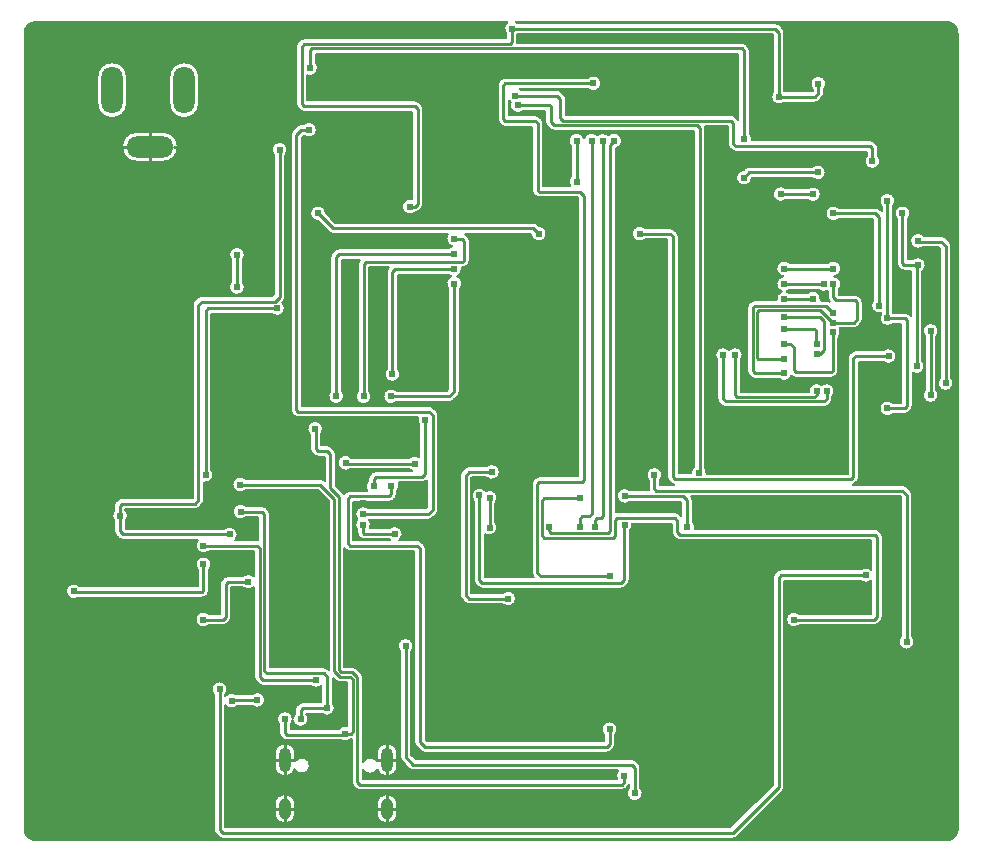
<source format=gbl>
G04 Layer: BottomLayer*
G04 EasyEDA Pro v2.2.40.8, 2026-02-04 13:14:46*
G04 Gerber Generator version 0.3*
G04 Scale: 100 percent, Rotated: No, Reflected: No*
G04 Dimensions in millimeters*
G04 Leading zeros omitted, absolute positions, 4 integers and 5 decimals*
G04 Generated by one-click*
%FSLAX45Y45*%
%MOMM*%
%ADD10C,0.2032*%
%ADD11C,0.254*%
%ADD12O,1.0X1.8*%
%ADD13O,1.0X2.1*%
%ADD14O,1.8X3.99999*%
%ADD15O,3.99999X1.8*%
%ADD16C,0.6136*%
%ADD17C,0.61*%
G75*


G04 Copper Start*
G36*
G01X15478760Y9143746D02*
G01X19476179Y9143746D01*
G01X19464995Y9134614D01*
G01X19456053Y9123278D01*
G01X19449776Y9110275D01*
G01X19446463Y9096222D01*
G01X19446269Y9081785D01*
G01X19449205Y9067648D01*
G01X19455131Y9054482D01*
G01X19463766Y9042910D01*
G01X19463766Y9004594D01*
G01X17754640Y9004594D01*
G01X17742084Y9002941D01*
G01X17730383Y8998094D01*
G01X17720335Y8990384D01*
G01X17699975Y8970025D01*
G01X17692266Y8959977D01*
G01X17687419Y8948276D01*
G01X17685766Y8935720D01*
G01X17685766Y8453120D01*
G01X17687419Y8440564D01*
G01X17692266Y8428863D01*
G01X17699975Y8418815D01*
G01X17723016Y8395775D01*
G01X17733064Y8388065D01*
G01X17744764Y8383218D01*
G01X17757321Y8381565D01*
G01X18666206Y8381565D01*
G01X18666206Y7643316D01*
G01X18651093Y7645630D01*
G01X18635852Y7644421D01*
G01X18621293Y7639754D01*
G01X18608189Y7631877D01*
G01X18597238Y7621208D01*
G01X18589021Y7608315D01*
G01X18583976Y7593883D01*
G01X18582369Y7578678D01*
G01X18584288Y7563510D01*
G01X18589629Y7549185D01*
G01X18598109Y7536463D01*
G01X18609278Y7526021D01*
G01X18622540Y7518415D01*
G01X18637192Y7514049D01*
G01X18652455Y7513153D01*
G01X18667517Y7515778D01*
G01X18681578Y7521782D01*
G01X18693890Y7530846D01*
G01X18694400Y7530846D01*
G01X18706956Y7532499D01*
G01X18718657Y7537346D01*
G01X18728705Y7545055D01*
G01X18749025Y7565375D01*
G01X18756734Y7575423D01*
G01X18761581Y7587124D01*
G01X18763234Y7599680D01*
G01X18763234Y8407400D01*
G01X18761581Y8419956D01*
G01X18756734Y8431657D01*
G01X18749025Y8441705D01*
G01X18726345Y8464384D01*
G01X18716298Y8472094D01*
G01X18704597Y8476940D01*
G01X18692041Y8478593D01*
G01X17782794Y8478593D01*
G01X17782794Y8690498D01*
G01X17797102Y8687047D01*
G01X17811818Y8686837D01*
G01X17826219Y8689879D01*
G01X17839593Y8696021D01*
G01X17851284Y8704963D01*
G01X17860714Y8716263D01*
G01X17867420Y8729365D01*
G01X17871070Y8743623D01*
G01X17871486Y8758335D01*
G01X17868646Y8772776D01*
G01X17862691Y8786236D01*
G01X17853914Y8798050D01*
G01X17853914Y8871966D01*
G01X21429726Y8871966D01*
G01X21429726Y8314808D01*
G01X21423464Y8322505D01*
G01X21403305Y8342664D01*
G01X21393257Y8350374D01*
G01X21381557Y8355221D01*
G01X21369000Y8356874D01*
G01X19972274Y8356874D01*
G01X19972274Y8493760D01*
G01X19970621Y8506316D01*
G01X19965774Y8518017D01*
G01X19958065Y8528065D01*
G01X19932525Y8553604D01*
G01X19922477Y8561314D01*
G01X19910777Y8566161D01*
G01X19898220Y8567814D01*
G01X19588110Y8567814D01*
G01X19578938Y8574967D01*
G01X20157950Y8574967D01*
G01X20170321Y8565868D01*
G01X20184454Y8559860D01*
G01X20199589Y8557263D01*
G01X20214916Y8558217D01*
G01X20229613Y8562671D01*
G01X20242891Y8570386D01*
G01X20254038Y8580949D01*
G01X20262457Y8593792D01*
G01X20267696Y8608227D01*
G01X20269474Y8623481D01*
G01X20267696Y8638734D01*
G01X20262457Y8653169D01*
G01X20254038Y8666013D01*
G01X20242891Y8676575D01*
G01X20229613Y8684290D01*
G01X20214916Y8688744D01*
G01X20199589Y8689698D01*
G01X20184454Y8687102D01*
G01X20170321Y8681093D01*
G01X20157950Y8671995D01*
G01X19459121Y8671995D01*
G01X19446564Y8670342D01*
G01X19434864Y8665495D01*
G01X19424816Y8657785D01*
G01X19406855Y8639825D01*
G01X19399146Y8629777D01*
G01X19394299Y8618076D01*
G01X19392646Y8605520D01*
G01X19392646Y8321040D01*
G01X19394299Y8308484D01*
G01X19399146Y8296783D01*
G01X19406855Y8286735D01*
G01X19424455Y8269136D01*
G01X19434502Y8261426D01*
G01X19446203Y8256580D01*
G01X19458759Y8254927D01*
G01X19682206Y8254927D01*
G01X19682206Y7721600D01*
G01X19683859Y7709044D01*
G01X19688706Y7697343D01*
G01X19696415Y7687295D01*
G01X19711655Y7672055D01*
G01X19721703Y7664346D01*
G01X19733404Y7659499D01*
G01X19745960Y7657846D01*
G01X20066225Y7657846D01*
G01X20073366Y7650705D01*
G01X20073366Y5296154D01*
G01X19745960Y5296154D01*
G01X19733404Y5294501D01*
G01X19721703Y5289654D01*
G01X19711655Y5281945D01*
G01X19695620Y5265909D01*
G01X19687910Y5255862D01*
G01X19683064Y5244161D01*
G01X19681411Y5231605D01*
G01X19681411Y4481355D01*
G01X19683064Y4468799D01*
G01X19687910Y4457098D01*
G01X19695620Y4447051D01*
G01X19699957Y4442714D01*
G01X19285755Y4442714D01*
G01X19285755Y4807613D01*
G01X19300000Y4799866D01*
G01X19315699Y4795809D01*
G01X19331914Y4795682D01*
G01X19347674Y4799495D01*
G01X19362039Y4807018D01*
G01X19374148Y4817802D01*
G01X19383277Y4831203D01*
G01X19388882Y4846418D01*
G01X19390627Y4862539D01*
G01X19388407Y4878601D01*
G01X19382355Y4893645D01*
G01X19372834Y4906770D01*
G01X19372834Y5070350D01*
G01X19382059Y5082945D01*
G01X19388084Y5097347D01*
G01X19390575Y5112758D01*
G01X19389394Y5128325D01*
G01X19384606Y5143184D01*
G01X19376478Y5156513D01*
G01X19365458Y5167572D01*
G01X19352159Y5175748D01*
G01X19337317Y5180588D01*
G01X19321754Y5181824D01*
G01X19306334Y5179388D01*
G01X19291910Y5173415D01*
G01X19281668Y5185113D01*
G01X19268983Y5194104D01*
G01X19254553Y5199895D01*
G01X19239171Y5202166D01*
G01X19223683Y5200793D01*
G01X19208941Y5195852D01*
G01X19195755Y5187614D01*
G01X19184849Y5176532D01*
G01X19176823Y5163215D01*
G01X19172119Y5148395D01*
G01X19170995Y5132888D01*
G01X19173512Y5117544D01*
G01X19179534Y5103209D01*
G01X19188727Y5090670D01*
G01X19188727Y4420319D01*
G01X19190380Y4407762D01*
G01X19195227Y4396062D01*
G01X19202937Y4386014D01*
G01X19229055Y4359895D01*
G01X19239103Y4352186D01*
G01X19250804Y4347339D01*
G01X19263360Y4345686D01*
G01X20436840Y4345686D01*
G01X20449396Y4347339D01*
G01X20461097Y4352186D01*
G01X20471145Y4359895D01*
G01X20496545Y4385295D01*
G01X20504254Y4395343D01*
G01X20509101Y4407044D01*
G01X20510754Y4419600D01*
G01X20510754Y4836850D01*
G01X20519894Y4846544D01*
G01X20526913Y4857869D01*
G01X20531525Y4870369D01*
G01X20533546Y4883539D01*
G01X20532893Y4896846D01*
G01X20865866Y4896846D01*
G01X20865866Y4828520D01*
G01X20867519Y4815964D01*
G01X20872365Y4804263D01*
G01X20880075Y4794216D01*
G01X20905436Y4768855D01*
G01X20915483Y4761145D01*
G01X20927184Y4756299D01*
G01X20939740Y4754646D01*
G01X22557486Y4754646D01*
G01X22557486Y4505989D01*
G01X22546190Y4515466D01*
G01X22533080Y4522213D01*
G01X22518803Y4525895D01*
G01X22504065Y4526333D01*
G01X22489595Y4523502D01*
G01X22476107Y4517545D01*
G01X22464270Y4508754D01*
G01X21793200Y4508754D01*
G01X21780644Y4507101D01*
G01X21768943Y4502254D01*
G01X21758895Y4494545D01*
G01X21738575Y4474225D01*
G01X21730866Y4464177D01*
G01X21726019Y4452476D01*
G01X21724366Y4439920D01*
G01X21724366Y2687095D01*
G01X21361625Y2324354D01*
G01X17086834Y2324354D01*
G01X17086834Y2521555D01*
G01X17506023Y2521555D01*
G01X17506023Y2441555D01*
G01X17507898Y2423713D01*
G01X17513442Y2406651D01*
G01X17522412Y2391115D01*
G01X17534416Y2377783D01*
G01X17548930Y2367238D01*
G01X17565319Y2359941D01*
G01X17582867Y2356211D01*
G01X17600807Y2356211D01*
G01X17618355Y2359941D01*
G01X17634744Y2367238D01*
G01X17649258Y2377783D01*
G01X17661262Y2391115D01*
G01X17670232Y2406651D01*
G01X17675775Y2423713D01*
G01X17677651Y2441555D01*
G01X17677651Y2521555D01*
G01X18370029Y2521555D01*
G01X18370029Y2441555D01*
G01X18371905Y2423713D01*
G01X18377448Y2406651D01*
G01X18386418Y2391115D01*
G01X18398422Y2377783D01*
G01X18412936Y2367238D01*
G01X18429325Y2359941D01*
G01X18446873Y2356211D01*
G01X18464813Y2356211D01*
G01X18482361Y2359941D01*
G01X18498750Y2367238D01*
G01X18513264Y2377783D01*
G01X18525268Y2391115D01*
G01X18534238Y2406651D01*
G01X18539782Y2423713D01*
G01X18541657Y2441555D01*
G01X18541657Y2521555D01*
G01X18539782Y2539396D01*
G01X18534238Y2556458D01*
G01X18525268Y2571995D01*
G01X18513264Y2585327D01*
G01X18498750Y2595872D01*
G01X18482361Y2603168D01*
G01X18464813Y2606898D01*
G01X18446873Y2606898D01*
G01X18429325Y2603168D01*
G01X18412936Y2595872D01*
G01X18398422Y2585327D01*
G01X18386418Y2571995D01*
G01X18377448Y2556458D01*
G01X18371905Y2539396D01*
G01X18370029Y2521555D01*
G01X18370029Y2521555D01*
G01X17677651Y2521555D01*
G01X17675775Y2539396D01*
G01X17670232Y2556458D01*
G01X17661262Y2571995D01*
G01X17649258Y2585327D01*
G01X17634744Y2595872D01*
G01X17618355Y2603168D01*
G01X17600807Y2606898D01*
G01X17582867Y2606898D01*
G01X17565319Y2603168D01*
G01X17548930Y2595872D01*
G01X17534416Y2585327D01*
G01X17522412Y2571995D01*
G01X17513442Y2556458D01*
G01X17507898Y2539396D01*
G01X17506023Y2521555D01*
G01X17506023Y2521555D01*
G01X17086834Y2521555D01*
G01X17086834Y2951540D01*
G01X17506023Y2951540D01*
G01X17506023Y2841540D01*
G01X17507782Y2824255D01*
G01X17512986Y2807678D01*
G01X17521423Y2792489D01*
G01X17532747Y2779311D01*
G01X17546493Y2768684D01*
G01X17562097Y2761044D01*
G01X17578921Y2756704D01*
G01X17596274Y2755841D01*
G01X17613445Y2758491D01*
G01X17629731Y2764546D01*
G01X17644463Y2773757D01*
G01X17657038Y2785747D01*
G01X17666940Y2800024D01*
G01X17673763Y2816002D01*
G01X17682707Y2802456D01*
G01X17694594Y2791403D01*
G01X17708754Y2783466D01*
G01X17724387Y2779094D01*
G01X17740610Y2778534D01*
G01X17756506Y2781817D01*
G01X17771180Y2788759D01*
G01X17783802Y2798966D01*
G01X17793659Y2811863D01*
G01X17800195Y2826721D01*
G01X17803041Y2842702D01*
G01X17803041Y2842702D01*
G01X17802036Y2858903D01*
G01X17797237Y2874410D01*
G01X17788915Y2888347D01*
G01X17777539Y2899927D01*
G01X17763753Y2908496D01*
G01X17748334Y2913570D01*
G01X17732153Y2914864D01*
G01X17716124Y2912303D01*
G01X17701152Y2906033D01*
G01X17688081Y2896407D01*
G01X17677651Y2883970D01*
G01X17677651Y2951540D01*
G01X17675775Y2969381D01*
G01X17670232Y2986443D01*
G01X17661262Y3001980D01*
G01X17649258Y3015312D01*
G01X17634744Y3025857D01*
G01X17618355Y3033154D01*
G01X17600807Y3036883D01*
G01X17582867Y3036883D01*
G01X17565319Y3033154D01*
G01X17548930Y3025857D01*
G01X17534416Y3015312D01*
G01X17522412Y3001980D01*
G01X17513442Y2986443D01*
G01X17507898Y2969381D01*
G01X17506023Y2951540D01*
G01X17086834Y2951540D01*
G01X17086834Y3358778D01*
G01X17096943Y3348017D01*
G01X17109182Y3339760D01*
G01X17122945Y3334415D01*
G01X17137549Y3332248D01*
G01X17152271Y3333366D01*
G01X17166380Y3337714D01*
G01X17179178Y3345075D01*
G01X17190030Y3355086D01*
G01X17313150Y3355086D01*
G01X17325521Y3345988D01*
G01X17339654Y3339979D01*
G01X17354789Y3337382D01*
G01X17370116Y3338336D01*
G01X17384813Y3342790D01*
G01X17398091Y3350506D01*
G01X17409238Y3361068D01*
G01X17417657Y3373911D01*
G01X17422896Y3388347D01*
G01X17424674Y3403600D01*
G01X17422896Y3418853D01*
G01X17417657Y3433289D01*
G01X17409238Y3446132D01*
G01X17398091Y3456694D01*
G01X17384813Y3464410D01*
G01X17370116Y3468864D01*
G01X17354789Y3469818D01*
G01X17339654Y3467221D01*
G01X17325521Y3461212D01*
G01X17313150Y3452114D01*
G01X17178974Y3452114D01*
G01X17166182Y3459412D01*
G01X17152093Y3463707D01*
G01X17137405Y3464786D01*
G01X17122840Y3462597D01*
G01X17109118Y3457246D01*
G01X17096915Y3448999D01*
G01X17086834Y3438262D01*
G01X17086834Y3449830D01*
G01X17095932Y3462201D01*
G01X17101941Y3476334D01*
G01X17104538Y3491469D01*
G01X17103584Y3506796D01*
G01X17099130Y3521493D01*
G01X17091414Y3534771D01*
G01X17080852Y3545918D01*
G01X17068009Y3554337D01*
G01X17053573Y3559576D01*
G01X17038320Y3561354D01*
G01X17023067Y3559576D01*
G01X17008631Y3554337D01*
G01X16995788Y3545918D01*
G01X16985226Y3534771D01*
G01X16977510Y3521493D01*
G01X16973056Y3506796D01*
G01X16972102Y3491469D01*
G01X16974699Y3476334D01*
G01X16980708Y3462201D01*
G01X16989806Y3449830D01*
G01X16989806Y2301240D01*
G01X16991459Y2288684D01*
G01X16996306Y2276983D01*
G01X17004015Y2266935D01*
G01X17029415Y2241535D01*
G01X17039463Y2233826D01*
G01X17051164Y2228979D01*
G01X17063720Y2227326D01*
G01X21381720Y2227326D01*
G01X21394276Y2228979D01*
G01X21405977Y2233826D01*
G01X21416025Y2241535D01*
G01X21807185Y2632695D01*
G01X21814894Y2642743D01*
G01X21819741Y2654444D01*
G01X21821394Y2667000D01*
G01X21821394Y4411726D01*
G01X22464270Y4411726D01*
G01X22476107Y4402935D01*
G01X22489595Y4396978D01*
G01X22504065Y4394147D01*
G01X22518803Y4394585D01*
G01X22533080Y4398267D01*
G01X22546190Y4405014D01*
G01X22557486Y4414491D01*
G01X22557486Y4132834D01*
G01X21945954Y4132834D01*
G01X21933582Y4141932D01*
G01X21919450Y4147941D01*
G01X21904314Y4150538D01*
G01X21888987Y4149584D01*
G01X21874291Y4145130D01*
G01X21861013Y4137414D01*
G01X21849866Y4126852D01*
G01X21841447Y4114009D01*
G01X21836208Y4099573D01*
G01X21834430Y4084320D01*
G01X21836208Y4069067D01*
G01X21841447Y4054631D01*
G01X21849866Y4041788D01*
G01X21861013Y4031226D01*
G01X21874291Y4023510D01*
G01X21888987Y4019056D01*
G01X21904314Y4018102D01*
G01X21919450Y4020699D01*
G01X21933582Y4026708D01*
G01X21945954Y4035806D01*
G01X22580600Y4035806D01*
G01X22593156Y4037459D01*
G01X22604857Y4042306D01*
G01X22614905Y4050015D01*
G01X22640305Y4075415D01*
G01X22648014Y4085463D01*
G01X22652861Y4097164D01*
G01X22654514Y4109720D01*
G01X22654514Y4785360D01*
G01X22652861Y4797916D01*
G01X22648014Y4809617D01*
G01X22640305Y4819665D01*
G01X22622505Y4837464D01*
G01X22612457Y4845174D01*
G01X22600757Y4850021D01*
G01X22588200Y4851674D01*
G01X21060243Y4851674D01*
G01X21061945Y4867754D01*
G01X21059704Y4883769D01*
G01X21053654Y4898764D01*
G01X21044154Y4911850D01*
G01X21044154Y5095240D01*
G01X21042680Y5107109D01*
G01X21038346Y5118257D01*
G01X21031417Y5128006D01*
G01X22799265Y5128006D01*
G01X22806406Y5120865D01*
G01X22806406Y3941570D01*
G01X22797308Y3929199D01*
G01X22791299Y3915066D01*
G01X22788702Y3899931D01*
G01X22789656Y3884604D01*
G01X22794110Y3869907D01*
G01X22801826Y3856629D01*
G01X22812388Y3845482D01*
G01X22825231Y3837063D01*
G01X22839667Y3831824D01*
G01X22854920Y3830046D01*
G01X22870173Y3831824D01*
G01X22884609Y3837063D01*
G01X22897452Y3845482D01*
G01X22908014Y3856629D01*
G01X22915730Y3869907D01*
G01X22920184Y3884604D01*
G01X22921138Y3899931D01*
G01X22918541Y3915066D01*
G01X22912532Y3929199D01*
G01X22903434Y3941570D01*
G01X22903434Y5140960D01*
G01X22901781Y5153516D01*
G01X22896934Y5165217D01*
G01X22889225Y5175265D01*
G01X22853665Y5210825D01*
G01X22843617Y5218534D01*
G01X22831916Y5223381D01*
G01X22819360Y5225034D01*
G01X22401911Y5225034D01*
G01X22411231Y5229684D01*
G01X22419344Y5236215D01*
G01X22439464Y5256335D01*
G01X22447174Y5266382D01*
G01X22452020Y5278083D01*
G01X22453673Y5290639D01*
G01X22453673Y6265926D01*
G01X22657310Y6265926D01*
G01X22669681Y6256828D01*
G01X22683814Y6250819D01*
G01X22698949Y6248222D01*
G01X22714276Y6249176D01*
G01X22728973Y6253630D01*
G01X22742251Y6261346D01*
G01X22753398Y6271908D01*
G01X22761817Y6284751D01*
G01X22767056Y6299187D01*
G01X22768834Y6314440D01*
G01X22767056Y6329693D01*
G01X22761817Y6344129D01*
G01X22753398Y6356972D01*
G01X22742251Y6367534D01*
G01X22728973Y6375250D01*
G01X22714276Y6379704D01*
G01X22698949Y6380658D01*
G01X22683814Y6378061D01*
G01X22669681Y6372052D01*
G01X22657310Y6362954D01*
G01X22423120Y6362954D01*
G01X22410564Y6361301D01*
G01X22398863Y6356454D01*
G01X22388815Y6348745D01*
G01X22370855Y6330784D01*
G01X22363145Y6320736D01*
G01X22358298Y6309036D01*
G01X22356645Y6296479D01*
G01X22356645Y5319034D01*
G01X21162813Y5319034D01*
G01X21163486Y5331917D01*
G01X21161653Y5344686D01*
G01X21157381Y5356859D01*
G01X21150834Y5367974D01*
G01X21150834Y6320239D01*
G01X21234269Y6320239D01*
G01X21236970Y6305388D01*
G01X21242959Y6291532D01*
G01X21251926Y6279390D01*
G01X21251926Y5953760D01*
G01X21253579Y5941204D01*
G01X21258426Y5929503D01*
G01X21266135Y5919455D01*
G01X21289503Y5896088D01*
G01X21299551Y5888378D01*
G01X21311251Y5883531D01*
G01X21323808Y5881878D01*
G01X22155912Y5881878D01*
G01X22155912Y5881878D01*
G01X22168469Y5883531D01*
G01X22180169Y5888378D01*
G01X22190217Y5896088D01*
G01X22213116Y5918987D01*
G01X22220826Y5929035D01*
G01X22225673Y5940735D01*
G01X22227326Y5953292D01*
G01X22227326Y5974093D01*
G01X22236046Y5985519D01*
G01X22242099Y5998555D01*
G01X22245201Y6012589D01*
G01X22245206Y6026962D01*
G01X22242115Y6040999D01*
G01X22236071Y6054039D01*
G01X22227360Y6065471D01*
G01X22216390Y6074758D01*
G01X22203677Y6081463D01*
G01X22189817Y6085271D01*
G01X22175463Y6086004D01*
G01X22161288Y6083627D01*
G01X22147958Y6078251D01*
G01X22136100Y6070129D01*
G01X22123136Y6078830D01*
G01X22108498Y6084258D01*
G01X22092996Y6086114D01*
G01X22077490Y6084294D01*
G01X22062839Y6078899D01*
G01X22049856Y6070229D01*
G01X22039259Y6058763D01*
G01X22031637Y6045137D01*
G01X22027412Y6030107D01*
G01X22026818Y6014506D01*
G01X21450554Y6014506D01*
G01X21450554Y6187440D01*
G01X21505926Y6187440D01*
G01X21507579Y6174884D01*
G01X21512426Y6163183D01*
G01X21520135Y6153135D01*
G01X21535375Y6137895D01*
G01X21545423Y6130186D01*
G01X21557124Y6125339D01*
G01X21569680Y6123686D01*
G01X21773390Y6123686D01*
G01X21786461Y6114195D01*
G01X21801439Y6108145D01*
G01X21817435Y6105896D01*
G01X21833500Y6107582D01*
G01X21848681Y6113101D01*
G01X21862078Y6122128D01*
G01X21872894Y6134125D01*
G01X21880489Y6148382D01*
G01X21883536Y6145335D01*
G01X21893584Y6137625D01*
G01X21905284Y6132778D01*
G01X21917841Y6131125D01*
G01X22217199Y6131125D01*
G01X22229756Y6132778D01*
G01X22241456Y6137625D01*
G01X22251504Y6145335D01*
G01X22264385Y6158215D01*
G01X22272094Y6168263D01*
G01X22276941Y6179964D01*
G01X22278594Y6192520D01*
G01X22278594Y6471503D01*
G01X22287084Y6482828D01*
G01X22292976Y6495698D01*
G01X22296003Y6509525D01*
G01X22296027Y6523680D01*
G01X22293046Y6537517D01*
G01X22287197Y6550406D01*
G01X22407880Y6550406D01*
G01X22420436Y6552059D01*
G01X22432137Y6556906D01*
G01X22442185Y6564615D01*
G01X22470305Y6592736D01*
G01X22478015Y6602784D01*
G01X22482862Y6614484D01*
G01X22484515Y6627041D01*
G01X22484515Y6768919D01*
G01X22482862Y6781476D01*
G01X22478015Y6793176D01*
G01X22470305Y6803224D01*
G01X22452345Y6821185D01*
G01X22442297Y6828894D01*
G01X22430596Y6833741D01*
G01X22418040Y6835394D01*
G01X22283674Y6835394D01*
G01X22283674Y6878830D01*
G01X22292471Y6890679D01*
G01X22298430Y6904180D01*
G01X22301256Y6918664D01*
G01X22300808Y6933415D01*
G01X22297109Y6947701D01*
G01X22290342Y6960816D01*
G01X22280843Y6972109D01*
G01X22269081Y6981022D01*
G01X22255639Y6987113D01*
G01X22241183Y6990080D01*
G01X22256595Y6993366D01*
G01X22270797Y7000195D01*
G01X22282986Y7010183D01*
G01X22292474Y7022764D01*
G01X22298726Y7037229D01*
G01X22301389Y7052761D01*
G01X22300312Y7068483D01*
G01X22295555Y7083506D01*
G01X22287388Y7096983D01*
G01X22276272Y7108153D01*
G01X22262834Y7116384D01*
G01X22247833Y7121212D01*
G01X22232117Y7122364D01*
G01X22216573Y7119776D01*
G01X22202078Y7113593D01*
G01X22189451Y7104164D01*
G01X21864309Y7104164D01*
G01X21851682Y7113593D01*
G01X21837187Y7119776D01*
G01X21821643Y7122364D01*
G01X21805927Y7121212D01*
G01X21790926Y7116384D01*
G01X21777488Y7108153D01*
G01X21766372Y7096983D01*
G01X21758205Y7083506D01*
G01X21753448Y7068483D01*
G01X21752371Y7052761D01*
G01X21755034Y7037229D01*
G01X21761286Y7022764D01*
G01X21770774Y7010183D01*
G01X21782963Y7000195D01*
G01X21797165Y6993366D01*
G01X21812577Y6990080D01*
G01X21797689Y6986971D01*
G01X21783901Y6980551D01*
G01X21771938Y6971159D01*
G01X21762430Y6959289D01*
G01X21755876Y6945564D01*
G01X21752622Y6930707D01*
G01X21752838Y6915500D01*
G01X21756514Y6900741D01*
G01X21763455Y6887208D01*
G01X21773297Y6875613D01*
G01X21785522Y6866565D01*
G01X21799487Y6860540D01*
G01X21785054Y6854244D01*
G01X21772513Y6844722D01*
G01X21762570Y6832512D01*
G01X21755787Y6818302D01*
G01X21752545Y6802893D01*
G01X21753027Y6787154D01*
G01X21567160Y6787154D01*
G01X21554603Y6785501D01*
G01X21542903Y6780654D01*
G01X21532855Y6772944D01*
G01X21520135Y6760225D01*
G01X21512426Y6750177D01*
G01X21507579Y6738476D01*
G01X21505926Y6725920D01*
G01X21505926Y6187440D01*
G01X21505926Y6187440D01*
G01X21450554Y6187440D01*
G01X21450554Y6279390D01*
G01X21459521Y6291532D01*
G01X21465510Y6305388D01*
G01X21468211Y6320239D01*
G01X21467483Y6335316D01*
G01X21463364Y6349838D01*
G01X21456068Y6363052D01*
G01X21445973Y6374274D01*
G01X21433601Y6382922D01*
G01X21419594Y6388548D01*
G01X21404678Y6390862D01*
G01X21389625Y6389742D01*
G01X21375215Y6385246D01*
G01X21362195Y6377609D01*
G01X21351240Y6367225D01*
G01X21340285Y6377609D01*
G01X21327265Y6385246D01*
G01X21312855Y6389742D01*
G01X21297802Y6390862D01*
G01X21282886Y6388548D01*
G01X21268879Y6382922D01*
G01X21256507Y6374274D01*
G01X21246412Y6363052D01*
G01X21239116Y6349838D01*
G01X21234997Y6335316D01*
G01X21234269Y6320239D01*
G01X21150834Y6320239D01*
G01X21150834Y7523480D01*
G01X22168846Y7523480D01*
G01X22170624Y7508227D01*
G01X22175863Y7493791D01*
G01X22184282Y7480948D01*
G01X22195429Y7470386D01*
G01X22208707Y7462670D01*
G01X22223404Y7458216D01*
G01X22238731Y7457262D01*
G01X22253866Y7459859D01*
G01X22267999Y7465868D01*
G01X22280370Y7474966D01*
G01X22570665Y7474966D01*
G01X22572726Y7472905D01*
G01X22572726Y6786370D01*
G01X22572726Y6786370D01*
G01X22563340Y6773489D01*
G01X22557298Y6758740D01*
G01X22554951Y6742975D01*
G01X22556432Y6727106D01*
G01X22561658Y6712048D01*
G01X22570325Y6698672D01*
G01X22581933Y6687751D01*
G01X22595812Y6679915D01*
G01X22611160Y6675617D01*
G01X22627090Y6675104D01*
G01X22642682Y6678408D01*
G01X22634374Y6666653D01*
G01X22628797Y6653382D01*
G01X22626216Y6639221D01*
G01X22626751Y6624836D01*
G01X22630378Y6610905D01*
G01X22636925Y6598086D01*
G01X22646085Y6586981D01*
G01X22657425Y6578114D01*
G01X22670411Y6571904D01*
G01X22684432Y6568642D01*
G01X22698826Y6568482D01*
G01X22712915Y6571432D01*
G01X22726036Y6577353D01*
G01X22737570Y6585966D01*
G01X22809263Y6585966D01*
G01X22809263Y5920994D01*
G01X22737570Y5920994D01*
G01X22725199Y5930092D01*
G01X22711066Y5936101D01*
G01X22695931Y5938698D01*
G01X22680604Y5937744D01*
G01X22665907Y5933290D01*
G01X22652629Y5925574D01*
G01X22641482Y5915012D01*
G01X22633063Y5902169D01*
G01X22627824Y5887733D01*
G01X22626046Y5872480D01*
G01X22627824Y5857227D01*
G01X22633063Y5842791D01*
G01X22641482Y5829948D01*
G01X22652629Y5819386D01*
G01X22665907Y5811670D01*
G01X22680604Y5807216D01*
G01X22695931Y5806262D01*
G01X22711066Y5808859D01*
G01X22725199Y5814868D01*
G01X22737570Y5823966D01*
G01X22839680Y5823966D01*
G01X22852236Y5825619D01*
G01X22863937Y5830466D01*
G01X22873985Y5838175D01*
G01X22892081Y5856272D01*
G01X22899791Y5866320D01*
G01X22904638Y5878020D01*
G01X22906291Y5890577D01*
G01X22906291Y5987811D01*
G01X22991902Y5987811D01*
G01X22992856Y5972484D01*
G01X22997310Y5957787D01*
G01X23005026Y5944509D01*
G01X23015588Y5933362D01*
G01X23028431Y5924943D01*
G01X23042867Y5919704D01*
G01X23058120Y5917926D01*
G01X23073373Y5919704D01*
G01X23087809Y5924943D01*
G01X23100652Y5933362D01*
G01X23111214Y5944509D01*
G01X23118930Y5957787D01*
G01X23123384Y5972484D01*
G01X23124338Y5987811D01*
G01X23121741Y6002946D01*
G01X23115732Y6017079D01*
G01X23106634Y6029450D01*
G01X23106634Y6053860D01*
G01X23107157Y6060963D01*
G01X23107157Y6482590D01*
G01X23116255Y6494961D01*
G01X23122264Y6509094D01*
G01X23124861Y6524229D01*
G01X23123906Y6539556D01*
G01X23119452Y6554253D01*
G01X23111737Y6567531D01*
G01X23101175Y6578678D01*
G01X23088332Y6587097D01*
G01X23073896Y6592336D01*
G01X23058643Y6594114D01*
G01X23043389Y6592336D01*
G01X23028954Y6587097D01*
G01X23016111Y6578678D01*
G01X23005548Y6567531D01*
G01X22997833Y6554253D01*
G01X22993379Y6539556D01*
G01X22992425Y6524229D01*
G01X22995022Y6509094D01*
G01X23001030Y6494961D01*
G01X23010129Y6482590D01*
G01X23010129Y6067543D01*
G01X23009606Y6060440D01*
G01X23009606Y6060440D01*
G01X23009606Y6029450D01*
G01X23000508Y6017079D01*
G01X22994499Y6002946D01*
G01X22991902Y5987811D01*
G01X22906291Y5987811D01*
G01X22906291Y6171748D01*
G01X22920667Y6165051D01*
G01X22936222Y6161959D01*
G01X22952066Y6162649D01*
G01X22967294Y6167081D01*
G01X22981034Y6175003D01*
G01X22992499Y6185960D01*
G01X23001036Y6199326D01*
G01X23006154Y6214337D01*
G01X23007562Y6230133D01*
G01X23005179Y6245813D01*
G01X22999141Y6260478D01*
G01X22989794Y6273290D01*
G01X22989794Y7032503D01*
G01X23001289Y7042867D01*
G01X23010069Y7055613D01*
G01X23015655Y7070047D01*
G01X23017743Y7085383D01*
G01X23016219Y7100786D01*
G01X23011166Y7115415D01*
G01X23002860Y7128475D01*
G01X22991753Y7139254D01*
G01X22978449Y7147164D01*
G01X22963675Y7151776D01*
G01X22948234Y7152837D01*
G01X22932967Y7150289D01*
G01X22918707Y7144272D01*
G01X22906230Y7135114D01*
G01X22867874Y7135114D01*
G01X22867874Y7297308D01*
G01X22885552Y7297308D01*
G01X22885587Y7281997D01*
G01X22889131Y7267102D01*
G01X22895998Y7253417D01*
G01X22905819Y7241672D01*
G01X22918073Y7232492D01*
G01X22932105Y7226367D01*
G01X22947168Y7223624D01*
G01X22962459Y7224408D01*
G01X22977162Y7228678D01*
G01X22990494Y7236206D01*
G01X23124385Y7236206D01*
G01X23136606Y7223985D01*
G01X23136606Y6131050D01*
G01X23127508Y6118679D01*
G01X23121499Y6104546D01*
G01X23118902Y6089411D01*
G01X23119856Y6074084D01*
G01X23124310Y6059387D01*
G01X23132026Y6046109D01*
G01X23142588Y6034962D01*
G01X23155431Y6026543D01*
G01X23169867Y6021304D01*
G01X23185120Y6019526D01*
G01X23185120Y6019526D01*
G01X23200373Y6021304D01*
G01X23214809Y6026543D01*
G01X23227652Y6034962D01*
G01X23238214Y6046109D01*
G01X23245930Y6059387D01*
G01X23250384Y6074084D01*
G01X23251338Y6089411D01*
G01X23248741Y6104546D01*
G01X23242732Y6118679D01*
G01X23233634Y6131050D01*
G01X23233634Y7244080D01*
G01X23231981Y7256636D01*
G01X23227134Y7268337D01*
G01X23219425Y7278385D01*
G01X23178785Y7319025D01*
G01X23168737Y7326734D01*
G01X23157036Y7331581D01*
G01X23144480Y7333234D01*
G01X23001550Y7333234D01*
G01X22990254Y7343569D01*
G01X22976888Y7351037D01*
G01X22962166Y7355241D01*
G01X22946871Y7355957D01*
G01X22931821Y7353145D01*
G01X22917816Y7346958D01*
G01X22905604Y7337723D01*
G01X22895835Y7325934D01*
G01X22889030Y7312218D01*
G01X22885552Y7297308D01*
G01X22867874Y7297308D01*
G01X22867874Y7478270D01*
G01X22876972Y7490641D01*
G01X22882981Y7504774D01*
G01X22885578Y7519909D01*
G01X22884624Y7535236D01*
G01X22880170Y7549933D01*
G01X22872454Y7563211D01*
G01X22861892Y7574358D01*
G01X22849049Y7582777D01*
G01X22834613Y7588016D01*
G01X22819360Y7589794D01*
G01X22804107Y7588016D01*
G01X22789671Y7582777D01*
G01X22776828Y7574358D01*
G01X22766266Y7563211D01*
G01X22758550Y7549933D01*
G01X22754096Y7535236D01*
G01X22753142Y7519909D01*
G01X22755739Y7504774D01*
G01X22761748Y7490641D01*
G01X22770846Y7478270D01*
G01X22770846Y7101840D01*
G01X22772499Y7089284D01*
G01X22777346Y7077583D01*
G01X22785055Y7067535D01*
G01X22800295Y7052295D01*
G01X22810343Y7044586D01*
G01X22822044Y7039739D01*
G01X22834600Y7038086D01*
G01X22892766Y7038086D01*
G01X22892766Y6649989D01*
G01X22892081Y6650688D01*
G01X22873985Y6668785D01*
G01X22863937Y6676494D01*
G01X22852236Y6681341D01*
G01X22839680Y6682994D01*
G01X22740874Y6682994D01*
G01X22740874Y7584950D01*
G01X22749972Y7597321D01*
G01X22755981Y7611454D01*
G01X22758578Y7626589D01*
G01X22757624Y7641916D01*
G01X22753170Y7656613D01*
G01X22745454Y7669891D01*
G01X22734892Y7681038D01*
G01X22722049Y7689457D01*
G01X22707613Y7694696D01*
G01X22692360Y7696474D01*
G01X22677107Y7694696D01*
G01X22662671Y7689457D01*
G01X22649828Y7681038D01*
G01X22639266Y7669891D01*
G01X22631550Y7656613D01*
G01X22627096Y7641916D01*
G01X22626142Y7626589D01*
G01X22628739Y7611454D01*
G01X22634748Y7597321D01*
G01X22643846Y7584950D01*
G01X22643846Y7539003D01*
G01X22625065Y7557785D01*
G01X22615017Y7565494D01*
G01X22603316Y7570341D01*
G01X22590760Y7571994D01*
G01X22280370Y7571994D01*
G01X22267999Y7581092D01*
G01X22253866Y7587101D01*
G01X22238731Y7589698D01*
G01X22223404Y7588744D01*
G01X22208707Y7584290D01*
G01X22195429Y7576574D01*
G01X22184282Y7566012D01*
G01X22175863Y7553169D01*
G01X22170624Y7538733D01*
G01X22168846Y7523480D01*
G01X21150834Y7523480D01*
G01X21150834Y7686040D01*
G01X21721806Y7686040D01*
G01X21723584Y7670787D01*
G01X21728823Y7656351D01*
G01X21737242Y7643508D01*
G01X21748389Y7632946D01*
G01X21761667Y7625230D01*
G01X21776364Y7620776D01*
G01X21791691Y7619822D01*
G01X21806826Y7622419D01*
G01X21820959Y7628428D01*
G01X21833330Y7637526D01*
G01X22017230Y7637526D01*
G01X22029601Y7628428D01*
G01X22043734Y7622419D01*
G01X22058869Y7619822D01*
G01X22074196Y7620776D01*
G01X22088893Y7625230D01*
G01X22102171Y7632946D01*
G01X22113318Y7643508D01*
G01X22121737Y7656351D01*
G01X22126976Y7670787D01*
G01X22128754Y7686040D01*
G01X22126976Y7701293D01*
G01X22121737Y7715729D01*
G01X22113318Y7728572D01*
G01X22102171Y7739134D01*
G01X22088893Y7746850D01*
G01X22074196Y7751304D01*
G01X22058869Y7752258D01*
G01X22043734Y7749661D01*
G01X22029601Y7743652D01*
G01X22017230Y7734554D01*
G01X21833330Y7734554D01*
G01X21820959Y7743652D01*
G01X21806826Y7749661D01*
G01X21791691Y7752258D01*
G01X21776364Y7751304D01*
G01X21761667Y7746850D01*
G01X21748389Y7739134D01*
G01X21737242Y7728572D01*
G01X21728823Y7715729D01*
G01X21723584Y7701293D01*
G01X21721806Y7686040D01*
G01X21721806Y7686040D01*
G01X21150834Y7686040D01*
G01X21150834Y7818977D01*
G01X21412175Y7818977D01*
G01X21415260Y7803957D01*
G01X21421712Y7790046D01*
G01X21431187Y7777990D01*
G01X21443178Y7768432D01*
G01X21457043Y7761884D01*
G01X21472042Y7758695D01*
G01X21487372Y7759037D01*
G01X21502214Y7762890D01*
G01X21515774Y7770049D01*
G01X21527327Y7780132D01*
G01X21536256Y7792598D01*
G01X21542082Y7806782D01*
G01X21544495Y7821925D01*
G01X22057870Y7821925D01*
G01X22057870Y7821925D01*
G01X22070241Y7812827D01*
G01X22084374Y7806818D01*
G01X22099509Y7804221D01*
G01X22114836Y7805175D01*
G01X22129533Y7809629D01*
G01X22142811Y7817344D01*
G01X22153958Y7827907D01*
G01X22162377Y7840750D01*
G01X22167616Y7855186D01*
G01X22169394Y7870439D01*
G01X22167616Y7885692D01*
G01X22162377Y7900128D01*
G01X22153958Y7912971D01*
G01X22142811Y7923533D01*
G01X22129533Y7931249D01*
G01X22114836Y7935703D01*
G01X22099509Y7936657D01*
G01X22084374Y7934060D01*
G01X22070241Y7928051D01*
G01X22057870Y7918953D01*
G01X21523960Y7918953D01*
G01X21511404Y7917300D01*
G01X21499703Y7912453D01*
G01X21489655Y7904743D01*
G01X21475904Y7890992D01*
G01X21460745Y7888683D01*
G01X21446521Y7882955D01*
G01X21433993Y7874113D01*
G01X21423831Y7862630D01*
G01X21416578Y7849119D01*
G01X21412622Y7834305D01*
G01X21412175Y7818977D01*
G01X21150834Y7818977D01*
G01X21150834Y8249920D01*
G01X21149808Y8259846D01*
G01X21340645Y8259846D01*
G01X21340645Y8112960D01*
G01X21342298Y8100404D01*
G01X21347145Y8088703D01*
G01X21354855Y8078656D01*
G01X21372815Y8060695D01*
G01X21382863Y8052985D01*
G01X21394564Y8048139D01*
G01X21407120Y8046486D01*
G01X22516846Y8046486D01*
G01X22516846Y8010645D01*
G01X22507748Y7998274D01*
G01X22501739Y7984141D01*
G01X22499142Y7969006D01*
G01X22500096Y7953679D01*
G01X22504550Y7938982D01*
G01X22512266Y7925704D01*
G01X22522828Y7914557D01*
G01X22535671Y7906138D01*
G01X22550107Y7900899D01*
G01X22565360Y7899121D01*
G01X22580613Y7900899D01*
G01X22595049Y7906138D01*
G01X22607892Y7914557D01*
G01X22618454Y7925704D01*
G01X22626170Y7938982D01*
G01X22630624Y7953679D01*
G01X22631578Y7969006D01*
G01X22628981Y7984141D01*
G01X22622972Y7998274D01*
G01X22613874Y8010645D01*
G01X22613874Y8077200D01*
G01X22612221Y8089756D01*
G01X22607374Y8101457D01*
G01X22599665Y8111505D01*
G01X22581865Y8129304D01*
G01X22571817Y8137014D01*
G01X22560117Y8141861D01*
G01X22547560Y8143514D01*
G01X21543813Y8143514D01*
G01X21544366Y8158389D01*
G01X21541587Y8173014D01*
G01X21535616Y8186650D01*
G01X21526754Y8198610D01*
G01X21526754Y8900160D01*
G01X21525101Y8912716D01*
G01X21520254Y8924417D01*
G01X21512545Y8934465D01*
G01X21492225Y8954785D01*
G01X21482177Y8962494D01*
G01X21470476Y8967341D01*
G01X21457920Y8968994D01*
G01X19560740Y8968994D01*
G01X19560794Y8971280D01*
G01X19560794Y9039606D01*
G01X21717225Y9039606D01*
G01X21724366Y9032465D01*
G01X21724366Y8554210D01*
G01X21715690Y8542569D01*
G01X21709756Y8529320D01*
G01X21706847Y8515097D01*
G01X21707103Y8500581D01*
G01X21710511Y8486469D01*
G01X21716909Y8473437D01*
G01X21725989Y8462109D01*
G01X21737317Y8453029D01*
G01X21750349Y8446631D01*
G01X21764461Y8443223D01*
G01X21778977Y8442967D01*
G01X21793200Y8445876D01*
G01X21806449Y8451810D01*
G01X21818090Y8460486D01*
G01X22077680Y8460486D01*
G01X22090236Y8462139D01*
G01X22101937Y8466986D01*
G01X22111985Y8474695D01*
G01X22142465Y8505175D01*
G01X22150174Y8515223D01*
G01X22155021Y8526924D01*
G01X22156674Y8539480D01*
G01X22156674Y8575550D01*
G01X22165772Y8587921D01*
G01X22171781Y8602054D01*
G01X22174378Y8617189D01*
G01X22173424Y8632516D01*
G01X22168970Y8647213D01*
G01X22161254Y8660491D01*
G01X22150692Y8671638D01*
G01X22137849Y8680057D01*
G01X22123413Y8685296D01*
G01X22108160Y8687074D01*
G01X22092907Y8685296D01*
G01X22078471Y8680057D01*
G01X22065628Y8671638D01*
G01X22055066Y8660491D01*
G01X22047350Y8647213D01*
G01X22042896Y8632516D01*
G01X22041942Y8617189D01*
G01X22044539Y8602054D01*
G01X22050548Y8587921D01*
G01X22059646Y8575550D01*
G01X22059646Y8559575D01*
G01X22057585Y8557514D01*
G01X21821394Y8557514D01*
G01X21821394Y9052560D01*
G01X21819741Y9065116D01*
G01X21814894Y9076817D01*
G01X21807185Y9086865D01*
G01X21771625Y9122425D01*
G01X21761577Y9130134D01*
G01X21749876Y9134981D01*
G01X21737320Y9136634D01*
G01X19557490Y9136634D01*
G01X19548381Y9143746D01*
G01X23195280Y9143746D01*
G01X23213070Y9141994D01*
G01X23230175Y9136805D01*
G01X23245940Y9128378D01*
G01X23259758Y9117038D01*
G01X23271098Y9103220D01*
G01X23279525Y9087455D01*
G01X23284714Y9070350D01*
G01X23286466Y9052560D01*
G01X23286466Y2306320D01*
G01X23284714Y2288530D01*
G01X23279525Y2271425D01*
G01X23271098Y2255660D01*
G01X23259758Y2241842D01*
G01X23245940Y2230502D01*
G01X23230175Y2222075D01*
G01X23213070Y2216886D01*
G01X23195280Y2215134D01*
G01X15478760Y2215134D01*
G01X15460970Y2216886D01*
G01X15443865Y2222075D01*
G01X15428100Y2230502D01*
G01X15414282Y2241842D01*
G01X15402942Y2255660D01*
G01X15394515Y2271425D01*
G01X15389326Y2288530D01*
G01X15387574Y2306320D01*
G01X15387574Y4330588D01*
G01X15737992Y4330588D01*
G01X15738027Y4315277D01*
G01X15741571Y4300382D01*
G01X15748438Y4286697D01*
G01X15758259Y4274952D01*
G01X15770513Y4265772D01*
G01X15784545Y4259647D01*
G01X15799608Y4256904D01*
G01X15814899Y4257688D01*
G01X15829602Y4261958D01*
G01X15842934Y4269486D01*
G01X16891000Y4269486D01*
G01X16903556Y4271139D01*
G01X16915257Y4275986D01*
G01X16925305Y4283695D01*
G01X16935465Y4293855D01*
G01X16943174Y4303903D01*
G01X16948021Y4315604D01*
G01X16949674Y4328160D01*
G01X16949674Y4506470D01*
G01X16958772Y4518841D01*
G01X16964781Y4532974D01*
G01X16967378Y4548109D01*
G01X16966424Y4563436D01*
G01X16961970Y4578133D01*
G01X16954254Y4591411D01*
G01X16943692Y4602558D01*
G01X16930849Y4610977D01*
G01X16916413Y4616216D01*
G01X16901160Y4617994D01*
G01X16885907Y4616216D01*
G01X16871471Y4610977D01*
G01X16858628Y4602558D01*
G01X16848066Y4591411D01*
G01X16840350Y4578133D01*
G01X16835896Y4563436D01*
G01X16834942Y4548109D01*
G01X16837539Y4532974D01*
G01X16843548Y4518841D01*
G01X16852646Y4506470D01*
G01X16852646Y4366514D01*
G01X15853990Y4366514D01*
G01X15853990Y4366514D01*
G01X15842694Y4376849D01*
G01X15829328Y4384317D01*
G01X15814606Y4388521D01*
G01X15799311Y4389237D01*
G01X15784261Y4386425D01*
G01X15770256Y4380238D01*
G01X15758044Y4371003D01*
G01X15748275Y4359214D01*
G01X15741470Y4345498D01*
G01X15737992Y4330588D01*
G01X15387574Y4330588D01*
G01X15387574Y4959169D01*
G01X16130319Y4959169D01*
G01X16132972Y4944185D01*
G01X16138970Y4930200D01*
G01X16147999Y4917950D01*
G01X16147999Y4829607D01*
G01X16149652Y4817050D01*
G01X16154499Y4805350D01*
G01X16162209Y4795302D01*
G01X16186135Y4771375D01*
G01X16196183Y4763666D01*
G01X16207884Y4758819D01*
G01X16220440Y4757166D01*
G01X16855411Y4757166D01*
G01X16845905Y4745826D01*
G01X16839150Y4732661D01*
G01X16835482Y4718326D01*
G01X16835085Y4703534D01*
G01X16837977Y4689022D01*
G01X16844016Y4675513D01*
G01X16852899Y4663680D01*
G01X16864186Y4654110D01*
G01X16877313Y4647282D01*
G01X16891628Y4643535D01*
G01X16906417Y4643055D01*
G01X16920944Y4645866D01*
G01X16934487Y4651829D01*
G01X16946370Y4660646D01*
G01X17330166Y4660646D01*
G01X17330166Y4450109D01*
G01X17318870Y4459586D01*
G01X17305760Y4466333D01*
G01X17291483Y4470015D01*
G01X17276745Y4470453D01*
G01X17262275Y4467622D01*
G01X17248787Y4461665D01*
G01X17236950Y4452874D01*
G01X17109440Y4452874D01*
G01X17096884Y4451221D01*
G01X17085183Y4446374D01*
G01X17075135Y4438665D01*
G01X17054815Y4418345D01*
G01X17047106Y4408297D01*
G01X17042259Y4396596D01*
G01X17040606Y4384040D01*
G01X17040606Y4132834D01*
G01X16946370Y4132834D01*
G01X16933999Y4141932D01*
G01X16919866Y4147941D01*
G01X16904731Y4150538D01*
G01X16889404Y4149584D01*
G01X16874707Y4145130D01*
G01X16861429Y4137414D01*
G01X16850282Y4126852D01*
G01X16841863Y4114009D01*
G01X16836624Y4099573D01*
G01X16834846Y4084320D01*
G01X16836624Y4069067D01*
G01X16841863Y4054631D01*
G01X16850282Y4041788D01*
G01X16861429Y4031226D01*
G01X16874707Y4023510D01*
G01X16889404Y4019056D01*
G01X16904731Y4018102D01*
G01X16919866Y4020699D01*
G01X16933999Y4026708D01*
G01X16946370Y4035806D01*
G01X17068800Y4035806D01*
G01X17081356Y4037459D01*
G01X17093057Y4042306D01*
G01X17103105Y4050015D01*
G01X17123425Y4070335D01*
G01X17131134Y4080383D01*
G01X17135981Y4092084D01*
G01X17137634Y4104640D01*
G01X17137634Y4355846D01*
G01X17236950Y4355846D01*
G01X17248787Y4347055D01*
G01X17262275Y4341098D01*
G01X17276745Y4338267D01*
G01X17291483Y4338705D01*
G01X17305760Y4342387D01*
G01X17318870Y4349134D01*
G01X17330166Y4358611D01*
G01X17330166Y3596640D01*
G01X17331819Y3584084D01*
G01X17336666Y3572383D01*
G01X17344375Y3562335D01*
G01X17369645Y3537066D01*
G01X17379692Y3529356D01*
G01X17391393Y3524510D01*
G01X17403949Y3522857D01*
G01X17810990Y3522857D01*
G01X17823955Y3513424D01*
G01X17838805Y3507379D01*
G01X17854671Y3505074D01*
G01X17870627Y3506645D01*
G01X17885740Y3511999D01*
G01X17899126Y3520824D01*
G01X17899126Y3383554D01*
G01X17741920Y3383554D01*
G01X17729363Y3381901D01*
G01X17717663Y3377054D01*
G01X17707615Y3369344D01*
G01X17689556Y3351285D01*
G01X17681846Y3341237D01*
G01X17676999Y3329537D01*
G01X17675346Y3316980D01*
G01X17675346Y3286250D01*
G01X17666877Y3274959D01*
G01X17660990Y3262131D01*
G01X17657950Y3248348D01*
G01X17654407Y3263577D01*
G01X17647397Y3277553D01*
G01X17637309Y3289499D01*
G01X17624704Y3298751D01*
G01X17610284Y3304795D01*
G01X17594849Y3307295D01*
G01X17579258Y3306111D01*
G01X17564378Y3301309D01*
G01X17551036Y3293157D01*
G01X17539973Y3282108D01*
G01X17531804Y3268775D01*
G01X17526985Y3253901D01*
G01X17525782Y3238311D01*
G01X17528263Y3222873D01*
G01X17534289Y3208446D01*
G01X17543526Y3195830D01*
G01X17543526Y3124200D01*
G01X17545179Y3111644D01*
G01X17550026Y3099943D01*
G01X17557735Y3089895D01*
G01X17572975Y3074655D01*
G01X17583023Y3066946D01*
G01X17594724Y3062099D01*
G01X17607280Y3060446D01*
G01X18069138Y3060446D01*
G01X18084421Y3054672D01*
G01X18100651Y3052809D01*
G01X18116844Y3054970D01*
G01X18132017Y3061025D01*
G01X18145250Y3070606D01*
G01X18150840Y3070606D01*
G01X18155485Y3070829D01*
G01X18155485Y2712720D01*
G01X18157138Y2700164D01*
G01X18161985Y2688463D01*
G01X18169695Y2678415D01*
G01X18195095Y2653015D01*
G01X18205142Y2645306D01*
G01X18216843Y2640459D01*
G01X18229399Y2638806D01*
G01X20441920Y2638806D01*
G01X20454476Y2640459D01*
G01X20466177Y2645306D01*
G01X20476225Y2653015D01*
G01X20496545Y2673335D01*
G01X20501296Y2678861D01*
G01X20505166Y2685035D01*
G01X20505166Y2656751D01*
G01X20496068Y2644380D01*
G01X20490059Y2630248D01*
G01X20487462Y2615112D01*
G01X20488416Y2599785D01*
G01X20492870Y2585088D01*
G01X20500586Y2571810D01*
G01X20511148Y2560663D01*
G01X20523991Y2552244D01*
G01X20538427Y2547005D01*
G01X20553680Y2545227D01*
G01X20568933Y2547005D01*
G01X20583369Y2552244D01*
G01X20596212Y2560663D01*
G01X20606774Y2571810D01*
G01X20614490Y2585088D01*
G01X20618944Y2599785D01*
G01X20619898Y2615112D01*
G01X20617301Y2630248D01*
G01X20611292Y2644380D01*
G01X20602194Y2656751D01*
G01X20602194Y2829560D01*
G01X20600541Y2842116D01*
G01X20595694Y2853817D01*
G01X20587985Y2863865D01*
G01X20562585Y2889265D01*
G01X20552537Y2896974D01*
G01X20540836Y2901821D01*
G01X20528280Y2903474D01*
G01X18699255Y2903474D01*
G01X18661834Y2940895D01*
G01X18661834Y3815590D01*
G01X18670933Y3827961D01*
G01X18676941Y3842094D01*
G01X18679538Y3857229D01*
G01X18678584Y3872556D01*
G01X18674130Y3887253D01*
G01X18666415Y3900531D01*
G01X18655852Y3911678D01*
G01X18643009Y3920097D01*
G01X18628574Y3925336D01*
G01X18613320Y3927114D01*
G01X18598067Y3925336D01*
G01X18583632Y3920097D01*
G01X18570788Y3911678D01*
G01X18560226Y3900531D01*
G01X18552511Y3887253D01*
G01X18548057Y3872556D01*
G01X18547103Y3857229D01*
G01X18549699Y3842094D01*
G01X18555708Y3827961D01*
G01X18564806Y3815590D01*
G01X18564806Y2920800D01*
G01X18566459Y2908243D01*
G01X18571306Y2896543D01*
G01X18579016Y2886495D01*
G01X18644855Y2820655D01*
G01X18654903Y2812946D01*
G01X18666604Y2808099D01*
G01X18679160Y2806446D01*
G01X20411694Y2806446D01*
G01X20404525Y2796178D01*
G01X20399415Y2784745D01*
G01X20396544Y2772556D01*
G01X20396017Y2760044D01*
G01X20397851Y2747656D01*
G01X20401982Y2735834D01*
G01X18252513Y2735834D01*
G01X18252513Y2814552D01*
G01X18262007Y2800968D01*
G01X18274492Y2790070D01*
G01X18289234Y2782499D01*
G01X18305365Y2778700D01*
G01X18321937Y2778898D01*
G01X18337973Y2783081D01*
G01X18352530Y2791002D01*
G01X18364751Y2802195D01*
G01X18373917Y2816002D01*
G01X18380740Y2800024D01*
G01X18390642Y2785747D01*
G01X18403217Y2773757D01*
G01X18417949Y2764546D01*
G01X18434235Y2758491D01*
G01X18451406Y2755841D01*
G01X18468759Y2756704D01*
G01X18485583Y2761044D01*
G01X18501187Y2768684D01*
G01X18514933Y2779311D01*
G01X18526257Y2792489D01*
G01X18534694Y2807678D01*
G01X18539898Y2824255D01*
G01X18541657Y2841540D01*
G01X18541657Y2951540D01*
G01X18539782Y2969381D01*
G01X18534238Y2986443D01*
G01X18525268Y3001980D01*
G01X18513264Y3015312D01*
G01X18498750Y3025857D01*
G01X18482361Y3033154D01*
G01X18464813Y3036883D01*
G01X18446873Y3036883D01*
G01X18429325Y3033154D01*
G01X18412936Y3025857D01*
G01X18398422Y3015312D01*
G01X18386418Y3001980D01*
G01X18377448Y2986443D01*
G01X18371905Y2969381D01*
G01X18370029Y2951540D01*
G01X18370029Y2883970D01*
G01X18359980Y2896047D01*
G01X18347437Y2905508D01*
G01X18333065Y2911855D01*
G01X18317623Y2914749D01*
G01X18301927Y2914039D01*
G01X18286810Y2909762D01*
G01X18273069Y2902145D01*
G01X18261431Y2891589D01*
G01X18252513Y2878654D01*
G01X18252513Y3593826D01*
G01X18250860Y3606383D01*
G01X18246014Y3618083D01*
G01X18238304Y3628131D01*
G01X18194850Y3671585D01*
G01X18184803Y3679294D01*
G01X18173102Y3684141D01*
G01X18160546Y3685794D01*
G01X18095234Y3685794D01*
G01X18095234Y4691077D01*
G01X18111455Y4674855D01*
G01X18121503Y4667146D01*
G01X18133204Y4662299D01*
G01X18145760Y4660646D01*
G01X18686526Y4660646D01*
G01X18686526Y3048000D01*
G01X18688179Y3035444D01*
G01X18693026Y3023743D01*
G01X18700735Y3013695D01*
G01X18744096Y2970335D01*
G01X18754144Y2962625D01*
G01X18765844Y2957778D01*
G01X18778401Y2956125D01*
G01X20317279Y2956125D01*
G01X20329836Y2957778D01*
G01X20341536Y2962625D01*
G01X20351584Y2970335D01*
G01X20374625Y2993375D01*
G01X20382334Y3003423D01*
G01X20387181Y3015124D01*
G01X20388834Y3027680D01*
G01X20388834Y3109470D01*
G01X20397932Y3121841D01*
G01X20403941Y3135974D01*
G01X20406538Y3151109D01*
G01X20405584Y3166436D01*
G01X20401130Y3181133D01*
G01X20393414Y3194411D01*
G01X20382852Y3205558D01*
G01X20370009Y3213977D01*
G01X20355573Y3219216D01*
G01X20340320Y3220994D01*
G01X20325067Y3219216D01*
G01X20310631Y3213977D01*
G01X20297788Y3205558D01*
G01X20287226Y3194411D01*
G01X20279510Y3181133D01*
G01X20275056Y3166436D01*
G01X20274102Y3151109D01*
G01X20276699Y3135974D01*
G01X20282708Y3121841D01*
G01X20291806Y3109470D01*
G01X20291806Y3053153D01*
G01X18798496Y3053153D01*
G01X18783554Y3068095D01*
G01X18783554Y4292600D01*
G01X19072606Y4292600D01*
G01X19074259Y4280044D01*
G01X19079106Y4268343D01*
G01X19086815Y4258295D01*
G01X19117295Y4227815D01*
G01X19127343Y4220106D01*
G01X19139044Y4215259D01*
G01X19151600Y4213606D01*
G01X19436590Y4213606D01*
G01X19448961Y4204508D01*
G01X19463094Y4198499D01*
G01X19478229Y4195902D01*
G01X19493556Y4196856D01*
G01X19508253Y4201310D01*
G01X19521531Y4209026D01*
G01X19532678Y4219588D01*
G01X19541097Y4232431D01*
G01X19546336Y4246867D01*
G01X19548114Y4262120D01*
G01X19546336Y4277373D01*
G01X19541097Y4291809D01*
G01X19532678Y4304652D01*
G01X19521531Y4315214D01*
G01X19508253Y4322930D01*
G01X19493556Y4327384D01*
G01X19478229Y4328338D01*
G01X19463094Y4325741D01*
G01X19448961Y4319732D01*
G01X19436590Y4310634D01*
G01X19171695Y4310634D01*
G01X19169634Y4312695D01*
G01X19169634Y5283425D01*
G01X19174215Y5288006D01*
G01X19296868Y5288006D01*
G01X19308719Y5278257D01*
G01X19322494Y5271493D01*
G01X19337454Y5268076D01*
G01X19352799Y5268190D01*
G01X19367708Y5271827D01*
G01X19381381Y5278794D01*
G01X19393086Y5288717D01*
G01X19402198Y5301065D01*
G01X19408227Y5315177D01*
G01X19410851Y5330297D01*
G01X19409929Y5345615D01*
G01X19405511Y5360311D01*
G01X19397834Y5373598D01*
G01X19387308Y5384764D01*
G01X19374497Y5393212D01*
G01X19360087Y5398490D01*
G01X19344851Y5400314D01*
G01X19329602Y5398587D01*
G01X19315160Y5393401D01*
G01X19302295Y5385034D01*
G01X19154120Y5385034D01*
G01X19141564Y5383381D01*
G01X19129863Y5378535D01*
G01X19119816Y5370825D01*
G01X19086815Y5337825D01*
G01X19079106Y5327777D01*
G01X19074259Y5316076D01*
G01X19072606Y5303520D01*
G01X19072606Y4292600D01*
G01X19072606Y4292600D01*
G01X18783554Y4292600D01*
G01X18783554Y4686280D01*
G01X18781901Y4698837D01*
G01X18777054Y4710537D01*
G01X18769345Y4720585D01*
G01X18746465Y4743465D01*
G01X18736417Y4751174D01*
G01X18724717Y4756021D01*
G01X18712160Y4757674D01*
G01X18561422Y4757674D01*
G01X18572567Y4768238D01*
G01X18580982Y4781082D01*
G01X18586219Y4795517D01*
G01X18587994Y4810770D01*
G01X18586214Y4826022D01*
G01X18580973Y4840456D01*
G01X18572554Y4853298D01*
G01X18561406Y4863858D01*
G01X18548128Y4871572D01*
G01X18533432Y4876024D01*
G01X18518106Y4876978D01*
G01X18502972Y4874380D01*
G01X18488840Y4868372D01*
G01X18476470Y4859274D01*
G01X18312698Y4859274D01*
G01X18317382Y4873542D01*
G01X18318736Y4888499D01*
G01X18316690Y4903376D01*
G01X18311349Y4917412D01*
G01X18302986Y4929886D01*
G01X18806160Y4929886D01*
G01X18818716Y4931539D01*
G01X18830417Y4936386D01*
G01X18840465Y4944095D01*
G01X18876025Y4979655D01*
G01X18883734Y4989703D01*
G01X18888581Y5001404D01*
G01X18890234Y5013960D01*
G01X18890234Y5816600D01*
G01X18888581Y5829156D01*
G01X18883734Y5840857D01*
G01X18876025Y5850905D01*
G01X18848065Y5878864D01*
G01X18838017Y5886574D01*
G01X18826317Y5891421D01*
G01X18813760Y5893074D01*
G01X17737074Y5893074D01*
G01X17737074Y7529381D01*
G01X17805389Y7529381D01*
G01X17805803Y7514030D01*
G01X17809736Y7499186D01*
G01X17816979Y7485644D01*
G01X17827142Y7474132D01*
G01X17839681Y7465266D01*
G01X17853922Y7459521D01*
G01X17869104Y7457207D01*
G01X17964135Y7362175D01*
G01X17974183Y7354466D01*
G01X17985884Y7349619D01*
G01X17998440Y7347966D01*
G01X18972002Y7347966D01*
G01X18963732Y7333898D01*
G01X18959148Y7318236D01*
G01X18958527Y7301928D01*
G01X18961908Y7285963D01*
G01X18969086Y7271307D01*
G01X18979625Y7258848D01*
G01X18992889Y7249340D01*
G01X19008073Y7243359D01*
G01X18995805Y7239969D01*
G01X18984411Y7234297D01*
G01X18974310Y7226554D01*
G01X18049240Y7226554D01*
G01X18036684Y7224901D01*
G01X18024983Y7220054D01*
G01X18014935Y7212345D01*
G01X17990945Y7188354D01*
G01X17983235Y7178307D01*
G01X17978389Y7166606D01*
G01X17976736Y7154050D01*
G01X17976736Y6019290D01*
G01X17967637Y6006919D01*
G01X17961629Y5992786D01*
G01X17959032Y5977651D01*
G01X17959986Y5962324D01*
G01X17964440Y5947627D01*
G01X17972155Y5934349D01*
G01X17982718Y5923202D01*
G01X17995561Y5914783D01*
G01X18009996Y5909544D01*
G01X18025250Y5907766D01*
G01X18040503Y5909544D01*
G01X18054939Y5914783D01*
G01X18067782Y5923202D01*
G01X18078344Y5934349D01*
G01X18086059Y5947627D01*
G01X18090513Y5962324D01*
G01X18091468Y5977651D01*
G01X18088871Y5992786D01*
G01X18082862Y6006919D01*
G01X18073764Y6019290D01*
G01X18073764Y7129526D01*
G01X18226757Y7129526D01*
G01X18223215Y7125985D01*
G01X18215506Y7115937D01*
G01X18210659Y7104236D01*
G01X18209006Y7091680D01*
G01X18209006Y6019290D01*
G01X18199908Y6006919D01*
G01X18193899Y5992786D01*
G01X18191302Y5977651D01*
G01X18192256Y5962324D01*
G01X18196710Y5947627D01*
G01X18204426Y5934349D01*
G01X18214988Y5923202D01*
G01X18227831Y5914783D01*
G01X18242267Y5909544D01*
G01X18257520Y5907766D01*
G01X18272773Y5909544D01*
G01X18287209Y5914783D01*
G01X18300052Y5923202D01*
G01X18310614Y5934349D01*
G01X18318330Y5947627D01*
G01X18322784Y5962324D01*
G01X18323738Y5977651D01*
G01X18321141Y5992786D01*
G01X18315132Y6006919D01*
G01X18306034Y6019290D01*
G01X18306034Y7066047D01*
G01X18473158Y7066047D01*
G01X18467055Y7059945D01*
G01X18459346Y7049897D01*
G01X18454499Y7038196D01*
G01X18452846Y7025640D01*
G01X18452846Y6207250D01*
G01X18443748Y6194879D01*
G01X18437739Y6180746D01*
G01X18435142Y6165611D01*
G01X18436096Y6150284D01*
G01X18440550Y6135587D01*
G01X18448266Y6122309D01*
G01X18458828Y6111162D01*
G01X18471671Y6102743D01*
G01X18486107Y6097504D01*
G01X18501360Y6095726D01*
G01X18516613Y6097504D01*
G01X18531049Y6102743D01*
G01X18543892Y6111162D01*
G01X18554454Y6122309D01*
G01X18562170Y6135587D01*
G01X18566624Y6150284D01*
G01X18567578Y6165611D01*
G01X18564981Y6180746D01*
G01X18558972Y6194879D01*
G01X18549874Y6207250D01*
G01X18549874Y7002526D01*
G01X18979390Y7002526D01*
G01X18988404Y6995476D01*
G01X18998496Y6990080D01*
G01X18984778Y6982146D01*
G01X18973334Y6971183D01*
G01X18964818Y6957819D01*
G01X18959716Y6942815D01*
G01X18958319Y6927030D01*
G01X18960707Y6911364D01*
G01X18966745Y6896711D01*
G01X18976086Y6883910D01*
G01X18976086Y6034815D01*
G01X18963865Y6022594D01*
G01X18536410Y6022594D01*
G01X18524039Y6031692D01*
G01X18509906Y6037701D01*
G01X18494771Y6040298D01*
G01X18479444Y6039344D01*
G01X18464747Y6034890D01*
G01X18451469Y6027174D01*
G01X18440322Y6016612D01*
G01X18431903Y6003769D01*
G01X18426664Y5989333D01*
G01X18424886Y5974080D01*
G01X18426664Y5958827D01*
G01X18431903Y5944391D01*
G01X18440322Y5931548D01*
G01X18451469Y5920986D01*
G01X18464747Y5913270D01*
G01X18479444Y5908816D01*
G01X18494771Y5907862D01*
G01X18509906Y5910459D01*
G01X18524039Y5916468D01*
G01X18536410Y5925566D01*
G01X18983960Y5925566D01*
G01X18996516Y5927219D01*
G01X19008217Y5932066D01*
G01X19018265Y5939775D01*
G01X19058905Y5980415D01*
G01X19066614Y5990463D01*
G01X19071461Y6002164D01*
G01X19073114Y6014720D01*
G01X19073114Y6883910D01*
G01X19082455Y6896711D01*
G01X19088493Y6911364D01*
G01X19090881Y6927030D01*
G01X19089484Y6942815D01*
G01X19084382Y6957819D01*
G01X19075866Y6971183D01*
G01X19064422Y6982146D01*
G01X19050704Y6990080D01*
G01X19064043Y6997732D01*
G01X19075261Y7008250D01*
G01X19083755Y7021069D01*
G01X19089067Y7035500D01*
G01X19090913Y7050766D01*
G01X19089194Y7066047D01*
G01X19095762Y7066047D01*
G01X19108318Y7067700D01*
G01X19120019Y7072547D01*
G01X19130066Y7080256D01*
G01X19145264Y7095454D01*
G01X19152974Y7105502D01*
G01X19157821Y7117202D01*
G01X19159474Y7129759D01*
G01X19159474Y7287281D01*
G01X19157821Y7299838D01*
G01X19152974Y7311538D01*
G01X19145265Y7321586D01*
G01X19124966Y7341885D01*
G01X19117542Y7347966D01*
G01X19674625Y7347966D01*
G01X19677038Y7332823D01*
G01X19682864Y7318639D01*
G01X19691793Y7306173D01*
G01X19703346Y7296090D01*
G01X19716906Y7288931D01*
G01X19731748Y7285078D01*
G01X19747078Y7284736D01*
G01X19762077Y7287925D01*
G01X19775942Y7294473D01*
G01X19787933Y7304031D01*
G01X19797408Y7316088D01*
G01X19803860Y7329998D01*
G01X19806945Y7345018D01*
G01X19806498Y7360346D01*
G01X19802542Y7375161D01*
G01X19795289Y7388671D01*
G01X19785127Y7400154D01*
G01X19772599Y7408996D01*
G01X19758375Y7414725D01*
G01X19743216Y7417033D01*
G01X19729465Y7430785D01*
G01X19719417Y7438494D01*
G01X19707716Y7443341D01*
G01X19695160Y7444994D01*
G01X18018535Y7444994D01*
G01X17937713Y7525816D01*
G01X17937713Y7525816D01*
G01X17935399Y7540998D01*
G01X17929654Y7555239D01*
G01X17920788Y7567778D01*
G01X17909276Y7577941D01*
G01X17895734Y7585184D01*
G01X17880890Y7589117D01*
G01X17865539Y7589531D01*
G01X17850504Y7586402D01*
G01X17836592Y7579900D01*
G01X17824549Y7570371D01*
G01X17815020Y7558328D01*
G01X17808518Y7544416D01*
G01X17805389Y7529381D01*
G01X17737074Y7529381D01*
G01X17737074Y8168865D01*
G01X17749346Y8181137D01*
G01X17749979Y8181137D01*
G01X17762350Y8172039D01*
G01X17776483Y8166030D01*
G01X17791618Y8163433D01*
G01X17806945Y8164387D01*
G01X17821642Y8168841D01*
G01X17834920Y8176556D01*
G01X17846067Y8187119D01*
G01X17854486Y8199962D01*
G01X17859725Y8214397D01*
G01X17861503Y8229651D01*
G01X17859725Y8244904D01*
G01X17854486Y8259340D01*
G01X17846067Y8272183D01*
G01X17834920Y8282745D01*
G01X17821642Y8290460D01*
G01X17806945Y8294914D01*
G01X17791618Y8295869D01*
G01X17776483Y8293272D01*
G01X17762350Y8287263D01*
G01X17749979Y8278165D01*
G01X17729251Y8278165D01*
G01X17716694Y8276512D01*
G01X17704994Y8271665D01*
G01X17694946Y8263955D01*
G01X17654255Y8223265D01*
G01X17646546Y8213217D01*
G01X17641699Y8201516D01*
G01X17640046Y8188960D01*
G01X17640046Y5857240D01*
G01X17641699Y5844684D01*
G01X17646546Y5832983D01*
G01X17654255Y5822935D01*
G01X17666936Y5810255D01*
G01X17676983Y5802545D01*
G01X17688684Y5797699D01*
G01X17701240Y5796046D01*
G01X18717561Y5796046D01*
G01X18714624Y5780820D01*
G01X18715304Y5765329D01*
G01X18719562Y5750419D01*
G01X18727166Y5736906D01*
G01X18727166Y5459574D01*
G01X18713986Y5466676D01*
G01X18699548Y5470641D01*
G01X18684589Y5471265D01*
G01X18669872Y5468518D01*
G01X18656145Y5462539D01*
G01X18644110Y5453634D01*
G01X18155230Y5453634D01*
G01X18143934Y5463969D01*
G01X18130568Y5471437D01*
G01X18115846Y5475641D01*
G01X18100551Y5476357D01*
G01X18085501Y5473545D01*
G01X18071496Y5467358D01*
G01X18059284Y5458123D01*
G01X18049515Y5446334D01*
G01X18042710Y5432618D01*
G01X18039232Y5417708D01*
G01X18039267Y5402397D01*
G01X18042811Y5387502D01*
G01X18049678Y5373817D01*
G01X18059499Y5362072D01*
G01X18071753Y5352892D01*
G01X18085785Y5346767D01*
G01X18100848Y5344024D01*
G01X18116139Y5344808D01*
G01X18130842Y5349078D01*
G01X18144174Y5356606D01*
G01X18644110Y5356606D01*
G01X18655924Y5347829D01*
G01X18669383Y5341874D01*
G01X18364200Y5341874D01*
G01X18351644Y5340221D01*
G01X18339943Y5335374D01*
G01X18329895Y5327665D01*
G01X18308394Y5306163D01*
G01X18300685Y5296116D01*
G01X18295838Y5284415D01*
G01X18294185Y5271859D01*
G01X18294185Y5256299D01*
G01X18285520Y5244678D01*
G01X18279588Y5231451D01*
G01X18276672Y5217251D01*
G01X18276910Y5202757D01*
G01X18280293Y5188661D01*
G01X18286657Y5175637D01*
G01X18142083Y5175637D01*
G01X18129526Y5173984D01*
G01X18117826Y5169137D01*
G01X18107778Y5161427D01*
G01X18090324Y5143973D01*
G01X18086216Y5150878D01*
G01X18081024Y5157011D01*
G01X18024114Y5213921D01*
G01X18024114Y5481915D01*
G01X18022461Y5494471D01*
G01X18017614Y5506172D01*
G01X18009904Y5516219D01*
G01X17979658Y5546466D01*
G01X17969610Y5554175D01*
G01X17957910Y5559022D01*
G01X17945353Y5560675D01*
G01X17899634Y5560675D01*
G01X17899634Y5658841D01*
G01X17907637Y5671920D01*
G01X17912422Y5686487D01*
G01X17913733Y5701764D01*
G01X17911501Y5716934D01*
G01X17905845Y5731185D01*
G01X17897067Y5743757D01*
G01X17885636Y5753976D01*
G01X17872163Y5761297D01*
G01X17857369Y5765328D01*
G01X17842045Y5765853D01*
G01X17827010Y5762845D01*
G01X17813068Y5756465D01*
G01X17800964Y5747053D01*
G01X17791345Y5735112D01*
G01X17784725Y5721281D01*
G01X17781459Y5706300D01*
G01X17781721Y5690970D01*
G01X17785497Y5676109D01*
G01X17792585Y5662512D01*
G01X17802606Y5650907D01*
G01X17802606Y5531071D01*
G01X17804259Y5518515D01*
G01X17809106Y5506814D01*
G01X17816815Y5496767D01*
G01X17835726Y5477856D01*
G01X17845773Y5470147D01*
G01X17857474Y5465300D01*
G01X17870030Y5463647D01*
G01X17925258Y5463647D01*
G01X17927086Y5461819D01*
G01X17927086Y5260603D01*
G01X17926065Y5261625D01*
G01X17916017Y5269334D01*
G01X17904316Y5274181D01*
G01X17891760Y5275834D01*
G01X17258770Y5275834D01*
G01X17246399Y5284932D01*
G01X17232267Y5290941D01*
G01X17217131Y5293538D01*
G01X17201804Y5292584D01*
G01X17187107Y5288130D01*
G01X17173829Y5280414D01*
G01X17162682Y5269852D01*
G01X17154263Y5257009D01*
G01X17149024Y5242573D01*
G01X17147246Y5227320D01*
G01X17149024Y5212067D01*
G01X17154263Y5197631D01*
G01X17162682Y5184788D01*
G01X17173829Y5174226D01*
G01X17187107Y5166510D01*
G01X17201804Y5162056D01*
G01X17217131Y5161102D01*
G01X17232267Y5163699D01*
G01X17246399Y5169708D01*
G01X17258770Y5178806D01*
G01X17871665Y5178806D01*
G01X17962606Y5087865D01*
G01X17962606Y3655363D01*
G01X17953894Y3664075D01*
G01X17943846Y3671785D01*
G01X17932146Y3676632D01*
G01X17919589Y3678285D01*
G01X17462794Y3678285D01*
G01X17462794Y4978400D01*
G01X17461141Y4990956D01*
G01X17456294Y5002657D01*
G01X17448584Y5012705D01*
G01X17428264Y5033025D01*
G01X17418217Y5040734D01*
G01X17406516Y5045581D01*
G01X17393960Y5047234D01*
G01X17261330Y5047234D01*
G01X17248959Y5056332D01*
G01X17234826Y5062341D01*
G01X17219691Y5064938D01*
G01X17204364Y5063984D01*
G01X17189667Y5059530D01*
G01X17176389Y5051814D01*
G01X17165242Y5041252D01*
G01X17156823Y5028409D01*
G01X17151584Y5013973D01*
G01X17149806Y4998720D01*
G01X17151584Y4983467D01*
G01X17156823Y4969031D01*
G01X17165242Y4956188D01*
G01X17176389Y4945626D01*
G01X17189667Y4937910D01*
G01X17204364Y4933456D01*
G01X17219691Y4932502D01*
G01X17234826Y4935099D01*
G01X17248959Y4941108D01*
G01X17261330Y4950206D01*
G01X17365766Y4950206D01*
G01X17365766Y4757105D01*
G01X17358360Y4757674D01*
G01X17170429Y4757674D01*
G01X17179935Y4769014D01*
G01X17186690Y4782179D01*
G01X17190358Y4796514D01*
G01X17190755Y4811306D01*
G01X17187863Y4825818D01*
G01X17181824Y4839327D01*
G01X17172941Y4851160D01*
G01X17161654Y4860730D01*
G01X17148527Y4867558D01*
G01X17134212Y4871305D01*
G01X17119423Y4871785D01*
G01X17104896Y4868974D01*
G01X17091353Y4863011D01*
G01X17079470Y4854194D01*
G01X16245027Y4854194D01*
G01X16245027Y4917950D01*
G01X16254041Y4930174D01*
G01X16260038Y4944129D01*
G01X16262702Y4959082D01*
G01X16261893Y4974249D01*
G01X16257655Y4988835D01*
G01X16250210Y5002073D01*
G01X16239947Y5013270D01*
G01X16239947Y5016246D01*
G01X16830040Y5016246D01*
G01X16842596Y5017899D01*
G01X16854297Y5022746D01*
G01X16864345Y5030455D01*
G01X16892304Y5058415D01*
G01X16900014Y5068463D01*
G01X16904861Y5080163D01*
G01X16906514Y5092720D01*
G01X16906514Y5243997D01*
G01X16920468Y5242294D01*
G01X16934467Y5243570D01*
G01X16947883Y5247769D01*
G01X16960113Y5254701D01*
G01X16970606Y5264056D01*
G01X16978892Y5275412D01*
G01X16984597Y5288259D01*
G01X16987467Y5302021D01*
G01X16987371Y5316078D01*
G01X16984314Y5329799D01*
G01X16978434Y5342568D01*
G01X16969994Y5353810D01*
G01X16969994Y6669786D01*
G01X17480790Y6669786D01*
G01X17493018Y6660769D01*
G01X17506978Y6654773D01*
G01X17521936Y6652111D01*
G01X17537108Y6652923D01*
G01X17551696Y6657167D01*
G01X17564936Y6664620D01*
G01X17576131Y6674890D01*
G01X17584696Y6687440D01*
G01X17590179Y6701609D01*
G01X17592294Y6716654D01*
G01X17590928Y6731786D01*
G01X17586155Y6746210D01*
G01X17578224Y6759169D01*
G01X17567551Y6769982D01*
G01X17580625Y6783055D01*
G01X17588334Y6793103D01*
G01X17593181Y6804804D01*
G01X17594834Y6817360D01*
G01X17594834Y8016750D01*
G01X17603932Y8029121D01*
G01X17609941Y8043254D01*
G01X17612538Y8058389D01*
G01X17611584Y8073716D01*
G01X17607130Y8088413D01*
G01X17599414Y8101691D01*
G01X17588852Y8112838D01*
G01X17576009Y8121257D01*
G01X17561573Y8126496D01*
G01X17546320Y8128274D01*
G01X17531067Y8126496D01*
G01X17516631Y8121257D01*
G01X17503788Y8112838D01*
G01X17493226Y8101691D01*
G01X17485510Y8088413D01*
G01X17481056Y8073716D01*
G01X17480102Y8058389D01*
G01X17482699Y8043254D01*
G01X17488708Y8029121D01*
G01X17497806Y8016750D01*
G01X17497806Y6837455D01*
G01X17485585Y6825234D01*
G01X16885920Y6825234D01*
G01X16873364Y6823581D01*
G01X16861663Y6818734D01*
G01X16851615Y6811025D01*
G01X16823695Y6783104D01*
G01X16815985Y6773057D01*
G01X16811139Y6761356D01*
G01X16809486Y6748800D01*
G01X16809486Y5113274D01*
G01X16210280Y5113274D01*
G01X16210280Y5113274D01*
G01X16197724Y5111621D01*
G01X16186023Y5106774D01*
G01X16175975Y5099065D01*
G01X16157129Y5080218D01*
G01X16149419Y5070170D01*
G01X16144572Y5058470D01*
G01X16142919Y5045913D01*
G01X16142919Y5002214D01*
G01X16135427Y4988969D01*
G01X16131152Y4974364D01*
G01X16130319Y4959169D01*
G01X15387574Y4959169D01*
G01X15387574Y7169389D01*
G01X17119371Y7169389D01*
G01X17121968Y7154254D01*
G01X17127977Y7140121D01*
G01X17137075Y7127750D01*
G01X17137075Y6943850D01*
G01X17127977Y6931479D01*
G01X17121968Y6917346D01*
G01X17119371Y6902211D01*
G01X17120326Y6886884D01*
G01X17124780Y6872187D01*
G01X17132495Y6858909D01*
G01X17143057Y6847762D01*
G01X17155900Y6839343D01*
G01X17170336Y6834104D01*
G01X17185589Y6832326D01*
G01X17185589Y6832326D01*
G01X17200843Y6834104D01*
G01X17215278Y6839343D01*
G01X17228121Y6847762D01*
G01X17238684Y6858909D01*
G01X17246399Y6872187D01*
G01X17250853Y6886884D01*
G01X17251807Y6902211D01*
G01X17249210Y6917346D01*
G01X17243201Y6931479D01*
G01X17234103Y6943850D01*
G01X17234103Y7127750D01*
G01X17243201Y7140121D01*
G01X17249210Y7154254D01*
G01X17251807Y7169389D01*
G01X17250853Y7184716D01*
G01X17246399Y7199413D01*
G01X17238684Y7212691D01*
G01X17228121Y7223838D01*
G01X17215278Y7232257D01*
G01X17200843Y7237496D01*
G01X17185589Y7239274D01*
G01X17170336Y7237496D01*
G01X17155900Y7232257D01*
G01X17143057Y7223838D01*
G01X17132495Y7212691D01*
G01X17124780Y7199413D01*
G01X17120326Y7184716D01*
G01X17119371Y7169389D01*
G01X15387574Y7169389D01*
G01X15387574Y8086115D01*
G01X16212985Y8086115D01*
G01X16214896Y8064268D01*
G01X16220573Y8043085D01*
G01X16229841Y8023208D01*
G01X16242420Y8005244D01*
G01X16257927Y7989736D01*
G01X16275892Y7977157D01*
G01X16295768Y7967889D01*
G01X16316952Y7962213D01*
G01X16338799Y7960302D01*
G01X16338799Y7960302D01*
G01X16558798Y7960302D01*
G01X16580646Y7962213D01*
G01X16601829Y7967889D01*
G01X16621705Y7977157D01*
G01X16639670Y7989736D01*
G01X16655177Y8005244D01*
G01X16667756Y8023208D01*
G01X16677025Y8043085D01*
G01X16682701Y8064268D01*
G01X16684612Y8086115D01*
G01X16682701Y8107963D01*
G01X16677025Y8129146D01*
G01X16667756Y8149022D01*
G01X16655177Y8166987D01*
G01X16639670Y8182494D01*
G01X16621705Y8195073D01*
G01X16601829Y8204342D01*
G01X16580646Y8210018D01*
G01X16558798Y8211929D01*
G01X16338799Y8211929D01*
G01X16316952Y8210018D01*
G01X16295768Y8204342D01*
G01X16275892Y8195073D01*
G01X16257927Y8182494D01*
G01X16242420Y8166987D01*
G01X16229841Y8149022D01*
G01X16220573Y8129146D01*
G01X16214896Y8107963D01*
G01X16212985Y8086115D01*
G01X15387574Y8086115D01*
G01X15387574Y8676124D01*
G01X16002986Y8676124D01*
G01X16002986Y8456125D01*
G01X16004897Y8434277D01*
G01X16010573Y8413094D01*
G01X16019841Y8393218D01*
G01X16032420Y8375253D01*
G01X16047928Y8359746D01*
G01X16065892Y8347167D01*
G01X16085768Y8337899D01*
G01X16106952Y8332222D01*
G01X16128799Y8330311D01*
G01X16150647Y8332222D01*
G01X16171830Y8337899D01*
G01X16191706Y8347167D01*
G01X16209671Y8359746D01*
G01X16225178Y8375253D01*
G01X16237757Y8393218D01*
G01X16247026Y8413094D01*
G01X16252702Y8434277D01*
G01X16254613Y8456125D01*
G01X16254613Y8676124D01*
G01X16612984Y8676124D01*
G01X16612984Y8456125D01*
G01X16614896Y8434277D01*
G01X16620572Y8413094D01*
G01X16629840Y8393218D01*
G01X16642419Y8375253D01*
G01X16657927Y8359746D01*
G01X16675891Y8347167D01*
G01X16695767Y8337899D01*
G01X16716951Y8332222D01*
G01X16738798Y8330311D01*
G01X16760645Y8332222D01*
G01X16781829Y8337899D01*
G01X16801705Y8347167D01*
G01X16819670Y8359746D01*
G01X16835177Y8375253D01*
G01X16847756Y8393218D01*
G01X16857024Y8413094D01*
G01X16862701Y8434277D01*
G01X16864612Y8456125D01*
G01X16864612Y8676124D01*
G01X16862701Y8697972D01*
G01X16857024Y8719155D01*
G01X16847756Y8739031D01*
G01X16835177Y8756996D01*
G01X16819670Y8772503D01*
G01X16801705Y8785082D01*
G01X16781829Y8794351D01*
G01X16760645Y8800027D01*
G01X16738798Y8801938D01*
G01X16716951Y8800027D01*
G01X16695767Y8794351D01*
G01X16675891Y8785082D01*
G01X16657927Y8772503D01*
G01X16642419Y8756996D01*
G01X16629840Y8739031D01*
G01X16620572Y8719155D01*
G01X16614896Y8697972D01*
G01X16612984Y8676124D01*
G01X16612984Y8676124D01*
G01X16254613Y8676124D01*
G01X16252702Y8697972D01*
G01X16247026Y8719155D01*
G01X16237757Y8739031D01*
G01X16225178Y8756996D01*
G01X16209671Y8772503D01*
G01X16191706Y8785082D01*
G01X16171830Y8794351D01*
G01X16150647Y8800027D01*
G01X16128799Y8801938D01*
G01X16106952Y8800027D01*
G01X16085768Y8794351D01*
G01X16065892Y8785082D01*
G01X16047928Y8772503D01*
G01X16032420Y8756996D01*
G01X16019841Y8739031D01*
G01X16010573Y8719155D01*
G01X16004897Y8697972D01*
G01X16002986Y8676124D01*
G01X16002986Y8676124D01*
G01X15387574Y8676124D01*
G01X15387574Y9052560D01*
G01X15389326Y9070350D01*
G01X15394515Y9087455D01*
G01X15402942Y9103220D01*
G01X15414282Y9117038D01*
G01X15428100Y9128378D01*
G01X15443865Y9136805D01*
G01X15460970Y9141994D01*
G01X15478760Y9143746D01*
G37*
G36*
G01X17751522Y3180771D02*
G01X17764865Y3188923D01*
G01X17775928Y3199972D01*
G01X17784096Y3213305D01*
G01X17788915Y3228179D01*
G01X17790118Y3243769D01*
G01X17787638Y3259207D01*
G01X17781611Y3273634D01*
G01X17772374Y3286250D01*
G01X17772374Y3286526D01*
G01X17902430Y3286526D01*
G01X17914071Y3277850D01*
G01X17927320Y3271916D01*
G01X17941543Y3269007D01*
G01X17956059Y3269262D01*
G01X17970171Y3272671D01*
G01X17983203Y3279068D01*
G01X17994531Y3288149D01*
G01X18003611Y3299476D01*
G01X18010009Y3312509D01*
G01X18013417Y3326621D01*
G01X18013673Y3341136D01*
G01X18010764Y3355360D01*
G01X18004830Y3368609D01*
G01X17996154Y3380250D01*
G01X17996154Y3591731D01*
G01X18020470Y3567415D01*
G01X18030517Y3559706D01*
G01X18042218Y3554859D01*
G01X18054774Y3553206D01*
G01X18119886Y3553206D01*
G01X18119886Y3182395D01*
G01X18106281Y3185140D01*
G01X18092404Y3184993D01*
G01X18078861Y3181961D01*
G01X18066245Y3176177D01*
G01X18055110Y3167893D01*
G01X18045943Y3157474D01*
G01X17640554Y3157474D01*
G01X17640554Y3195830D01*
G01X17649023Y3207121D01*
G01X17654911Y3219949D01*
G01X17657950Y3233732D01*
G01X17661493Y3218503D01*
G01X17668504Y3204527D01*
G01X17678591Y3192581D01*
G01X17691196Y3183329D01*
G01X17705616Y3177285D01*
G01X17721051Y3174785D01*
G01X17736642Y3175969D01*
G01X17751522Y3180771D01*
G37*
G36*
G01X18750280Y5244846D02*
G01X18762836Y5246499D01*
G01X18774537Y5251346D01*
G01X18784585Y5259055D01*
G01X18793206Y5267677D01*
G01X18793206Y5034055D01*
G01X18786065Y5026914D01*
G01X18297650Y5026914D01*
G01X18285966Y5035615D01*
G01X18272665Y5041555D01*
G01X18258387Y5044447D01*
G01X18243822Y5044152D01*
G01X18229674Y5040684D01*
G01X18216624Y5034210D01*
G01X18205302Y5025043D01*
G01X18196255Y5013625D01*
G01X18189919Y5000507D01*
G01X18186601Y4986323D01*
G01X18186460Y4971756D01*
G01X18189502Y4957509D01*
G01X18195582Y4944271D01*
G01X18204406Y4932680D01*
G01X18195729Y4921332D01*
G01X18189684Y4908389D01*
G01X18186550Y4894451D01*
G01X18186475Y4880166D01*
G01X18189461Y4866196D01*
G01X18195369Y4853189D01*
G01X18203926Y4841750D01*
G01X18203926Y4820920D01*
G01X18205579Y4808364D01*
G01X18210426Y4796663D01*
G01X18218135Y4786615D01*
G01X18228295Y4776455D01*
G01X18238343Y4768746D01*
G01X18250044Y4763899D01*
G01X18262600Y4762246D01*
G01X18476470Y4762246D01*
G01X18481938Y4757674D01*
G01X18170277Y4757674D01*
G01X18170277Y5078609D01*
G01X18472283Y5078609D01*
G01X18484839Y5080262D01*
G01X18496540Y5085108D01*
G01X18506587Y5092818D01*
G01X18527943Y5114174D01*
G01X18535653Y5124221D01*
G01X18540499Y5135922D01*
G01X18542152Y5148478D01*
G01X18542152Y5171950D01*
G01X18551384Y5184556D01*
G01X18557410Y5198973D01*
G01X18559895Y5214399D01*
G01X18558702Y5229978D01*
G01X18553897Y5244846D01*
G01X18750280Y5244846D01*
G37*
G36*
G01X21837713Y6860540D02*
G01X21851623Y6866533D01*
G01X21863810Y6875526D01*
G01X22108670Y6875526D01*
G01X22119842Y6867128D01*
G01X22132527Y6861258D01*
G01X22146160Y6858177D01*
G01X22160136Y6858022D01*
G01X22173834Y6860799D01*
G01X22186646Y6866386D01*
G01X22186646Y6812280D01*
G01X22188299Y6799724D01*
G01X22193146Y6788023D01*
G01X22200855Y6777975D01*
G01X22204502Y6774329D01*
G01X22194733Y6781305D01*
G01X22183551Y6785669D01*
G01X22171640Y6787154D01*
G01X22127043Y6787154D01*
G01X22128753Y6801696D01*
G01X22127229Y6816259D01*
G01X22122547Y6830133D01*
G01X22114934Y6842641D01*
G01X22104762Y6853173D01*
G01X22092526Y6861217D01*
G01X22078823Y6866378D01*
G01X22064322Y6868407D01*
G01X22049729Y6867204D01*
G01X22035755Y6862828D01*
G01X22023083Y6855492D01*
G01X22012330Y6845554D01*
G01X21863810Y6845554D01*
G01X21851623Y6854547D01*
G01X21837713Y6860540D01*
G37*
G36*
G01X20396434Y8074340D02*
G01X20410415Y8080075D01*
G01X20422734Y8088826D01*
G01X20432753Y8100140D01*
G01X20439949Y8113428D01*
G01X20443951Y8128000D01*
G01X20444550Y8143100D01*
G01X20441715Y8157943D01*
G01X20435592Y8171759D01*
G01X20426501Y8183830D01*
G01X20414914Y8193529D01*
G01X20401431Y8200354D01*
G01X20386753Y8203948D01*
G01X20371642Y8204127D01*
G01X20356884Y8200880D01*
G01X20343244Y8194375D01*
G01X20331430Y8184952D01*
G01X20319585Y8194395D01*
G01X20305906Y8200904D01*
G01X20291107Y8204138D01*
G01X20275960Y8203930D01*
G01X20261255Y8200289D01*
G01X20247761Y8193407D01*
G01X20236180Y8183641D01*
G01X20224396Y8193541D01*
G01X20210648Y8200458D01*
G01X20195675Y8204019D01*
G01X20180285Y8204033D01*
G01X20165306Y8200499D01*
G01X20151545Y8193607D01*
G01X20139743Y8183729D01*
G01X20130536Y8171396D01*
G01X20124420Y8157273D01*
G01X20118556Y8170956D01*
G01X20109788Y8182987D01*
G01X20098558Y8192758D01*
G01X20085430Y8199778D01*
G01X20071067Y8203693D01*
G01X20056193Y8204305D01*
G01X20041557Y8201584D01*
G01X20027897Y8195667D01*
G01X20015901Y8186852D01*
G01X20006174Y8175582D01*
G01X19999206Y8162427D01*
G01X19995347Y8148049D01*
G01X19994794Y8133173D01*
G01X19997572Y8118548D01*
G01X20003543Y8104911D01*
G01X20012406Y8092950D01*
G01X20012406Y7837930D01*
G01X20003501Y7825895D01*
G01X19997522Y7812168D01*
G01X19994775Y7797451D01*
G01X19995399Y7782492D01*
G01X19999364Y7768054D01*
G01X20006466Y7754874D01*
G01X19779234Y7754874D01*
G01X19779234Y8285480D01*
G01X19777581Y8298036D01*
G01X19772734Y8309737D01*
G01X19765025Y8319785D01*
G01X19747064Y8337745D01*
G01X19737016Y8345455D01*
G01X19725316Y8350302D01*
G01X19712759Y8351955D01*
G01X19489674Y8351955D01*
G01X19489674Y8479745D01*
G01X19495915Y8472502D01*
G01X19503133Y8466232D01*
G01X19498244Y8451804D01*
G01X19496777Y8436642D01*
G01X19498810Y8421544D01*
G01X19504233Y8407309D01*
G01X19512762Y8394686D01*
G01X19523947Y8384344D01*
G01X19537196Y8376826D01*
G01X19551812Y8372530D01*
G01X19567022Y8371683D01*
G01X19582024Y8374329D01*
G01X19596026Y8380329D01*
G01X19608290Y8389366D01*
G01X19793966Y8389366D01*
G01X19793966Y8298160D01*
G01X19795619Y8285604D01*
G01X19800466Y8273903D01*
G01X19808175Y8263855D01*
G01X19833575Y8238455D01*
G01X19843623Y8230746D01*
G01X19855324Y8225899D01*
G01X19867880Y8224246D01*
G01X21053806Y8224246D01*
G01X21053806Y5379030D01*
G01X21043063Y5367162D01*
G01X21035478Y5353065D01*
G01X21031491Y5337561D01*
G01X21031336Y5321554D01*
G01X20924593Y5321554D01*
G01X20924593Y7328081D01*
G01X20922940Y7340637D01*
G01X20918094Y7352338D01*
G01X20910384Y7362385D01*
G01X20887705Y7385065D01*
G01X20877657Y7392774D01*
G01X20865956Y7397621D01*
G01X20853400Y7399274D01*
G01X20639530Y7399274D01*
G01X20627159Y7408372D01*
G01X20613026Y7414381D01*
G01X20597891Y7416978D01*
G01X20582564Y7416024D01*
G01X20567867Y7411570D01*
G01X20554589Y7403854D01*
G01X20543442Y7393292D01*
G01X20535023Y7380449D01*
G01X20529784Y7366013D01*
G01X20528006Y7350760D01*
G01X20529784Y7335507D01*
G01X20535023Y7321071D01*
G01X20543442Y7308228D01*
G01X20554589Y7297666D01*
G01X20567867Y7289950D01*
G01X20582564Y7285496D01*
G01X20597891Y7284542D01*
G01X20613026Y7287139D01*
G01X20627159Y7293148D01*
G01X20639530Y7302246D01*
G01X20827565Y7302246D01*
G01X20827565Y5291001D01*
G01X20829218Y5278444D01*
G01X20834065Y5266744D01*
G01X20841775Y5256696D01*
G01X20859735Y5238735D01*
G01X20867784Y5232245D01*
G01X20877024Y5227608D01*
G01X20887038Y5225034D01*
G01X20767294Y5225034D01*
G01X20767294Y5263390D01*
G01X20776392Y5275761D01*
G01X20782401Y5289894D01*
G01X20784998Y5305029D01*
G01X20784044Y5320356D01*
G01X20779590Y5335053D01*
G01X20771874Y5348331D01*
G01X20761312Y5359478D01*
G01X20748469Y5367897D01*
G01X20734033Y5373136D01*
G01X20718780Y5374914D01*
G01X20703527Y5373136D01*
G01X20689091Y5367897D01*
G01X20676248Y5359478D01*
G01X20665686Y5348331D01*
G01X20657970Y5335053D01*
G01X20653516Y5320356D01*
G01X20652562Y5305029D01*
G01X20655159Y5289894D01*
G01X20661168Y5275761D01*
G01X20670266Y5263390D01*
G01X20670266Y5194300D01*
G01X20670863Y5186714D01*
G01X20672639Y5179314D01*
G01X20512530Y5179314D01*
G01X20500159Y5188412D01*
G01X20486026Y5194421D01*
G01X20470891Y5197018D01*
G01X20455564Y5196064D01*
G01X20440867Y5191610D01*
G01X20427589Y5183894D01*
G01X20416442Y5173332D01*
G01X20408023Y5160489D01*
G01X20402784Y5146053D01*
G01X20401006Y5130800D01*
G01X20402784Y5115547D01*
G01X20408023Y5101111D01*
G01X20416442Y5088268D01*
G01X20427589Y5077706D01*
G01X20440867Y5069990D01*
G01X20455564Y5065536D01*
G01X20470891Y5064582D01*
G01X20486026Y5067179D01*
G01X20500159Y5073188D01*
G01X20512530Y5082286D01*
G01X20939985Y5082286D01*
G01X20947126Y5075145D01*
G01X20947126Y4958363D01*
G01X20925824Y4979665D01*
G01X20915777Y4987375D01*
G01X20904076Y4992221D01*
G01X20891520Y4993874D01*
G01X20403800Y4993874D01*
G01X20396434Y4993312D01*
G01X20396434Y8074340D01*
G37*
G54D10*
G01X15478760Y9143746D02*
G01X19476179Y9143746D01*
G03X19446463Y9096222I36101J-55626D01*
G03X19463766Y9042910I65817J-8102D01*
G01X19463766Y9004594D01*
G01X17754640Y9004594D01*
G03X17720335Y8990384I0J-48514D01*
G01X17699975Y8970025D01*
G03X17685766Y8935720I34305J-34305D01*
G01X17685766Y8453120D01*
G03X17699975Y8418815I48514J0D01*
G01X17723016Y8395775D01*
G03X17757321Y8381565I34305J34305D01*
G01X18666206Y8381565D01*
G01X18666206Y7643316D01*
G03X18584288Y7563510I-17526J-63956D01*
G03X18693890Y7530846I64392J15850D01*
G01X18694400Y7530846D01*
G03X18728705Y7545055I0J48514D01*
G01X18749025Y7565375D01*
G03X18763234Y7599680I-34305J34305D01*
G01X18763234Y8407400D01*
G03X18749025Y8441705I-48514J0D01*
G01X18726345Y8464384D01*
G03X18692041Y8478593I-34305J-34305D01*
G01X17782794Y8478593D01*
G01X17782794Y8690498D01*
G03X17860714Y8716263I22606J62342D01*
G03X17853914Y8798050I-55314J36577D01*
G01X17853914Y8871966D01*
G01X21429726Y8871966D01*
G01X21429726Y8314808D01*
G03X21423464Y8322505I-40567J-26608D01*
G01X21403305Y8342664D01*
G03X21369000Y8356874I-34305J-34305D01*
G01X19972274Y8356874D01*
G01X19972274Y8493760D01*
G03X19958065Y8528065I-48514J0D01*
G01X19932525Y8553604D01*
G03X19898220Y8567814I-34305J-34305D01*
G01X19588110Y8567814D01*
G03X19578938Y8574967I-45210J-48514D01*
G01X20157950Y8574967D01*
G03X20269474Y8623481I45210J48514D01*
G03X20157950Y8671995I-66314J0D01*
G01X19459121Y8671995D01*
G03X19424816Y8657785I0J-48514D01*
G01X19406855Y8639825D01*
G03X19392646Y8605520I34305J-34305D01*
G01X19392646Y8321040D01*
G03X19406855Y8286735I48514J0D01*
G01X19424455Y8269136D01*
G03X19458759Y8254927I34305J34305D01*
G01X19682206Y8254927D01*
G01X19682206Y7721600D01*
G03X19696415Y7687295I48514J0D01*
G01X19711655Y7672055D01*
G03X19745960Y7657846I34305J34305D01*
G01X20066225Y7657846D01*
G01X20073366Y7650705D01*
G01X20073366Y5296154D01*
G01X19745960Y5296154D01*
G03X19711655Y5281945I0J-48514D01*
G01X19695620Y5265909D01*
G03X19681411Y5231605I34305J-34305D01*
G01X19681411Y4481355D01*
G03X19695620Y4447051I48514J0D01*
G01X19699957Y4442714D01*
G01X19285755Y4442714D01*
G01X19285755Y4807613D01*
G03X19374148Y4817802I38565J53947D01*
G03X19372834Y4906770I-49828J43758D01*
G01X19372834Y5070350D01*
G03X19376478Y5156513I-48514J45210D01*
G03X19291910Y5173415I-52158J-40953D01*
G03X19195755Y5187614I-54669J-37535D01*
G03X19188727Y5090670I41487J-51734D01*
G01X19188727Y4420319D01*
G03X19202937Y4386014I48514J0D01*
G01X19229055Y4359895D01*
G03X19263360Y4345686I34305J34305D01*
G01X20436840Y4345686D01*
G03X20471145Y4359895I0J48514D01*
G01X20496545Y4385295D01*
G03X20510754Y4419600I-34305J34305D01*
G01X20510754Y4836850D01*
G03X20532893Y4896846I-43434J50110D01*
G01X20865866Y4896846D01*
G01X20865866Y4828520D01*
G03X20880075Y4794216I48514J0D01*
G01X20905436Y4768855D01*
G03X20939740Y4754646I34305J34305D01*
G01X22557486Y4754646D01*
G01X22557486Y4505989D01*
G03X22464270Y4508754I-48006J-45749D01*
G01X21793200Y4508754D01*
G03X21758895Y4494545I0J-48514D01*
G01X21738575Y4474225D01*
G03X21724366Y4439920I34305J-34305D01*
G01X21724366Y2687095D01*
G01X21361625Y2324354D01*
G01X17086834Y2324354D01*
G01X17086834Y3358778D01*
G03X17190030Y3355086I53086J39742D01*
G01X17313150Y3355086D01*
G03X17424674Y3403600I45210J48514D01*
G03X17313150Y3452114I-66314J0D01*
G01X17178974Y3452114D01*
G03X17086834Y3438262I-39054J-53594D01*
G01X17086834Y3449830D01*
G03X17038320Y3561354I-48514J45210D01*
G03X16989806Y3449830I0J-66314D01*
G01X16989806Y2301240D01*
G03X17004015Y2266935I48514J0D01*
G01X17029415Y2241535D01*
G03X17063720Y2227326I34305J34305D01*
G01X21381720Y2227326D01*
G03X21416025Y2241535I0J48514D01*
G01X21807185Y2632695D01*
G03X21821394Y2667000I-34305J34305D01*
G01X21821394Y4411726D01*
G01X22464270Y4411726D01*
G03X22557486Y4414491I45210J48514D01*
G01X22557486Y4132834D01*
G01X21945954Y4132834D01*
G03X21834430Y4084320I-45210J-48514D01*
G03X21945954Y4035806I66314J0D01*
G01X22580600Y4035806D01*
G03X22614905Y4050015I0J48514D01*
G01X22640305Y4075415D01*
G03X22654514Y4109720I-34305J34305D01*
G01X22654514Y4785360D01*
G03X22640305Y4819665I-48514J0D01*
G01X22622505Y4837464D01*
G03X22588200Y4851674I-34305J-34305D01*
G01X21060243Y4851674D01*
G03X21044154Y4911850I-64603J14966D01*
G01X21044154Y5095240D01*
G03X21031417Y5128006I-48514J0D01*
G01X22799265Y5128006D01*
G01X22806406Y5120865D01*
G01X22806406Y3941570D01*
G03X22854920Y3830046I48514J-45210D01*
G03X22903434Y3941570I0J66314D01*
G01X22903434Y5140960D01*
G03X22889225Y5175265I-48514J0D01*
G01X22853665Y5210825D01*
G03X22819360Y5225034I-34305J-34305D01*
G01X22401911Y5225034D01*
G03X22419344Y5236215I-16872J45486D01*
G01X22439464Y5256335D01*
G03X22453673Y5290639I-34305J34305D01*
G01X22453673Y6265926D01*
G01X22657310Y6265926D01*
G03X22768834Y6314440I45210J48514D01*
G03X22657310Y6362954I-66314J0D01*
G01X22423120Y6362954D01*
G03X22388815Y6348745I0J-48514D01*
G01X22370855Y6330784D01*
G03X22356645Y6296479I34305J-34305D01*
G01X22356645Y5319034D01*
G01X21162813Y5319034D01*
G03X21150834Y5367974I-65573J9886D01*
G01X21150834Y8249920D01*
G03X21149808Y8259846I-48514J0D01*
G01X21340645Y8259846D01*
G01X21340645Y8112960D01*
G03X21354855Y8078656I48514J0D01*
G01X21372815Y8060695D01*
G03X21407120Y8046486I34305J34305D01*
G01X22516846Y8046486D01*
G01X22516846Y8010645D01*
G03X22565360Y7899121I48514J-45210D01*
G03X22613874Y8010645I0J66314D01*
G01X22613874Y8077200D01*
G03X22599665Y8111505I-48514J0D01*
G01X22581865Y8129304D01*
G03X22547560Y8143514I-34305J-34305D01*
G01X21543813Y8143514D01*
G03X21526754Y8198610I-65573J9886D01*
G01X21526754Y8900160D01*
G03X21512545Y8934465I-48514J0D01*
G01X21492225Y8954785D01*
G03X21457920Y8968994I-34305J-34305D01*
G01X19560740Y8968994D01*
G01X19560794Y8971280D01*
G01X19560794Y9039606D01*
G01X21717225Y9039606D01*
G01X21724366Y9032465D01*
G01X21724366Y8554210D01*
G03X21725989Y8462109I48514J-45210D01*
G03X21818090Y8460486I46891J46891D01*
G01X22077680Y8460486D01*
G03X22111985Y8474695I0J48514D01*
G01X22142465Y8505175D01*
G03X22156674Y8539480I-34305J34305D01*
G01X22156674Y8575550D01*
G03X22108160Y8687074I-48514J45210D01*
G03X22059646Y8575550I0J-66314D01*
G01X22059646Y8559575D01*
G01X22057585Y8557514D01*
G01X21821394Y8557514D01*
G01X21821394Y9052560D01*
G03X21807185Y9086865I-48514J0D01*
G01X21771625Y9122425D01*
G03X21737320Y9136634I-34305J-34305D01*
G01X19557490Y9136634D01*
G03X19548381Y9143746I-45210J-48514D01*
G01X23195280Y9143746D01*
G02X23286466Y9052560I0J-91186D01*
G01X23286466Y2306320D01*
G02X23195280Y2215134I-91186J0D01*
G01X15478760Y2215134D01*
G02X15387574Y2306320I0J91186D01*
G01X15387574Y9052560D01*
G02X15478760Y9143746I91186J0D01*
G01X15853990Y4366514D02*
G03X15737992Y4330588I-50110J-43434D01*
G03X15842934Y4269486I65888J-7508D01*
G01X16891000Y4269486D01*
G03X16925305Y4283695I0J48514D01*
G01X16935465Y4293855D01*
G03X16949674Y4328160I-34305J34305D01*
G01X16949674Y4506470D01*
G03X16901160Y4617994I-48514J45210D01*
G03X16852646Y4506470I0J-66314D01*
G01X16852646Y4366514D01*
G01X15853990Y4366514D01*
G01X16002986Y8676124D02*
G01X16002986Y8456125D01*
G03X16254613Y8456125I125814J0D01*
G01X16254613Y8676124D01*
G03X16002986Y8676124I-125814J0D01*
G01X16210280Y5113274D02*
G03X16175975Y5099065I0J-48514D01*
G01X16157129Y5080218D01*
G03X16142919Y5045913I34305J-34305D01*
G01X16142919Y5002214D01*
G03X16147999Y4917950I53594J-39054D01*
G01X16147999Y4829607D01*
G03X16162209Y4795302I48514J0D01*
G01X16186135Y4771375D01*
G03X16220440Y4757166I34305J34305D01*
G01X16855411Y4757166D01*
G03X16852899Y4663680I45749J-48006D01*
G03X16946370Y4660646I48261J45480D01*
G01X17330166Y4660646D01*
G01X17330166Y4450109D01*
G03X17236950Y4452874I-48006J-45749D01*
G01X17109440Y4452874D01*
G03X17075135Y4438665I0J-48514D01*
G01X17054815Y4418345D01*
G03X17040606Y4384040I34305J-34305D01*
G01X17040606Y4132834D01*
G01X16946370Y4132834D01*
G03X16834846Y4084320I-45210J-48514D01*
G03X16946370Y4035806I66314J0D01*
G01X17068800Y4035806D01*
G03X17103105Y4050015I0J48514D01*
G01X17123425Y4070335D01*
G03X17137634Y4104640I-34305J34305D01*
G01X17137634Y4355846D01*
G01X17236950Y4355846D01*
G03X17330166Y4358611I45210J48514D01*
G01X17330166Y3596640D01*
G03X17344375Y3562335I48514J0D01*
G01X17369645Y3537066D01*
G03X17403949Y3522857I34305J34305D01*
G01X17810990Y3522857D01*
G03X17899126Y3520824I45210J48514D01*
G01X17899126Y3383554D01*
G01X17741920Y3383554D01*
G03X17707615Y3369344I0J-48514D01*
G01X17689556Y3351285D01*
G03X17675346Y3316980I34305J-34305D01*
G01X17675346Y3286250D01*
G03X17657950Y3248348I48514J-45210D01*
G03X17564378Y3301309I-65910J-7308D01*
G03X17543526Y3195830I27662J-60269D01*
G01X17543526Y3124200D01*
G03X17557735Y3089895I48514J0D01*
G01X17572975Y3074655D01*
G03X17607280Y3060446I34305J34305D01*
G01X18069138Y3060446D01*
G03X18145250Y3070606I30902J58674D01*
G01X18150840Y3070606D01*
G03X18155485Y3070829I0J48514D01*
G01X18155485Y2712720D01*
G03X18169695Y2678415I48514J0D01*
G01X18195095Y2653015D01*
G03X18229399Y2638806I34305J34305D01*
G01X20441920Y2638806D01*
G03X20476225Y2653015I0J48514D01*
G01X20496545Y2673335D01*
G03X20505166Y2685035I-34305J34305D01*
G01X20505166Y2656751D01*
G03X20553680Y2545227I48514J-45210D01*
G03X20602194Y2656751I0J66314D01*
G01X20602194Y2829560D01*
G03X20587985Y2863865I-48514J0D01*
G01X20562585Y2889265D01*
G03X20528280Y2903474I-34305J-34305D01*
G01X18699255Y2903474D01*
G01X18661834Y2940895D01*
G01X18661834Y3815590D01*
G03X18613320Y3927114I-48514J45210D01*
G03X18564806Y3815590I0J-66314D01*
G01X18564806Y2920800D01*
G03X18579016Y2886495I48514J0D01*
G01X18644855Y2820655D01*
G03X18679160Y2806446I34305J34305D01*
G01X20411694Y2806446D01*
G03X20396544Y2772556I50546J-42926D01*
G03X20401982Y2735834I65696J-9036D01*
G01X18252513Y2735834D01*
G01X18252513Y2814552D01*
G03X18373917Y2816002I60328J32051D01*
G03X18541657Y2841540I81926J25538D01*
G01X18541657Y2951540D01*
G03X18370029Y2951540I-85814J0D01*
G01X18370029Y2883970D01*
G03X18252513Y2878654I-57188J-37366D01*
G01X18252513Y3593826D01*
G03X18238304Y3628131I-48514J0D01*
G01X18194850Y3671585D01*
G03X18160546Y3685794I-34305J-34305D01*
G01X18095234Y3685794D01*
G01X18095234Y4691077D01*
G01X18111455Y4674855D01*
G03X18145760Y4660646I34305J34305D01*
G01X18686526Y4660646D01*
G01X18686526Y3048000D01*
G03X18700735Y3013695I48514J0D01*
G01X18744096Y2970335D01*
G03X18778401Y2956125I34305J34305D01*
G01X20317279Y2956125D01*
G03X20351584Y2970335I0J48514D01*
G01X20374625Y2993375D01*
G03X20388834Y3027680I-34305J34305D01*
G01X20388834Y3109470D01*
G03X20340320Y3220994I-48514J45210D01*
G03X20291806Y3109470I0J-66314D01*
G01X20291806Y3053153D01*
G01X18798496Y3053153D01*
G01X18783554Y3068095D01*
G01X18783554Y4686280D01*
G03X18769345Y4720585I-48514J0D01*
G01X18746465Y4743465D01*
G03X18712160Y4757674I-34305J-34305D01*
G01X18561422Y4757674D01*
G03X18572554Y4853298I-39742J53086D01*
G03X18476470Y4859274I-50874J-42538D01*
G01X18312698Y4859274D01*
G03X18302986Y4929886I-60258J27686D01*
G01X18806160Y4929886D01*
G03X18840465Y4944095I0J48514D01*
G01X18876025Y4979655D01*
G03X18890234Y5013960I-34305J34305D01*
G01X18890234Y5816600D01*
G03X18876025Y5850905I-48514J0D01*
G01X18848065Y5878864D01*
G03X18813760Y5893074I-34305J-34305D01*
G01X17737074Y5893074D01*
G01X17737074Y8168865D01*
G01X17749346Y8181137D01*
G01X17749979Y8181137D01*
G03X17861503Y8229651I45210J48514D01*
G03X17749979Y8278165I-66314J0D01*
G01X17729251Y8278165D01*
G03X17694946Y8263955I0J-48514D01*
G01X17654255Y8223265D01*
G03X17640046Y8188960I34305J-34305D01*
G01X17640046Y5857240D01*
G03X17654255Y5822935I48514J0D01*
G01X17666936Y5810255D01*
G03X17701240Y5796046I34305J34305D01*
G01X18717561Y5796046D01*
G03X18727166Y5736906I63199J-20086D01*
G01X18727166Y5459574D01*
G03X18644110Y5453634I-37846J-54454D01*
G01X18155230Y5453634D01*
G03X18039232Y5417708I-50110J-43434D01*
G03X18144174Y5356606I65888J-7508D01*
G01X18644110Y5356606D01*
G03X18669383Y5341874I45210J48514D01*
G01X18364200Y5341874D01*
G03X18329895Y5327665I0J-48514D01*
G01X18308394Y5306163D01*
G03X18294185Y5271859I34305J-34305D01*
G01X18294185Y5256299D01*
G03X18286657Y5175637I48514J-45210D01*
G01X18142083Y5175637D01*
G03X18107778Y5161427I0J-48514D01*
G01X18090324Y5143973D01*
G03X18081024Y5157011I-43604J-21267D01*
G01X18024114Y5213921D01*
G01X18024114Y5481915D01*
G03X18009904Y5516219I-48514J0D01*
G01X17979658Y5546466D01*
G03X17945353Y5560675I-34305J-34305D01*
G01X17899634Y5560675D01*
G01X17899634Y5658841D01*
G03X17842045Y5765853I-52184J40919D01*
G03X17802606Y5650907I5404J-66093D01*
G01X17802606Y5531071D01*
G03X17816815Y5496767I48514J0D01*
G01X17835726Y5477856D01*
G03X17870030Y5463647I34305J34305D01*
G01X17925258Y5463647D01*
G01X17927086Y5461819D01*
G01X17927086Y5260603D01*
G01X17926065Y5261625D01*
G03X17891760Y5275834I-34305J-34305D01*
G01X17258770Y5275834D01*
G03X17147246Y5227320I-45210J-48514D01*
G03X17258770Y5178806I66314J0D01*
G01X17871665Y5178806D01*
G01X17962606Y5087865D01*
G01X17962606Y3655363D01*
G01X17953894Y3664075D01*
G03X17919589Y3678285I-34305J-34305D01*
G01X17462794Y3678285D01*
G01X17462794Y4978400D01*
G03X17448584Y5012705I-48514J0D01*
G01X17428264Y5033025D01*
G03X17393960Y5047234I-34305J-34305D01*
G01X17261330Y5047234D01*
G03X17149806Y4998720I-45210J-48514D01*
G03X17261330Y4950206I66314J0D01*
G01X17365766Y4950206D01*
G01X17365766Y4757105D01*
G03X17358360Y4757674I-7406J-47945D01*
G01X17170429Y4757674D01*
G03X17172941Y4851160I-45749J48006D01*
G03X17079470Y4854194I-48261J-45480D01*
G01X16245027Y4854194D01*
G01X16245027Y4917950D01*
G03X16239947Y5013270I-48514J45210D01*
G01X16239947Y5016246D01*
G01X16830040Y5016246D01*
G03X16864345Y5030455I0J48514D01*
G01X16892304Y5058415D01*
G03X16906514Y5092720I-34305J34305D01*
G01X16906514Y5243997D01*
G03X16978892Y5275412I14966J64603D01*
G03X16969994Y5353810I-57412J33188D01*
G01X16969994Y6669786D01*
G01X17480790Y6669786D01*
G03X17576131Y6674890I45210J48514D01*
G03X17567551Y6769982I-50131J43410D01*
G01X17580625Y6783055D01*
G03X17594834Y6817360I-34305J34305D01*
G01X17594834Y8016750D01*
G03X17546320Y8128274I-48514J45210D01*
G03X17497806Y8016750I0J-66314D01*
G01X17497806Y6837455D01*
G01X17485585Y6825234D01*
G01X16885920Y6825234D01*
G03X16851615Y6811025I0J-48514D01*
G01X16823695Y6783104D01*
G03X16809486Y6748800I34305J-34305D01*
G01X16809486Y5113274D01*
G01X16210280Y5113274D01*
G01X16338799Y7960302D02*
G01X16558798Y7960302D01*
G03X16558798Y8211929I0J125814D01*
G01X16338799Y8211929D01*
G03X16338799Y7960302I0J-125814D01*
G01X16612984Y8676124D02*
G01X16612984Y8456125D01*
G03X16864612Y8456125I125814J0D01*
G01X16864612Y8676124D01*
G03X16612984Y8676124I-125814J0D01*
G01X17185589Y6832326D02*
G03X17234103Y6943850I0J66314D01*
G01X17234103Y7127750D01*
G03X17185589Y7239274I-48514J45210D01*
G03X17137075Y7127750I0J-66314D01*
G01X17137075Y6943850D01*
G03X17185589Y6832326I48514J-45210D01*
G01X17803041Y2842702D02*
G03X17677651Y2883970I-68202J3901D01*
G01X17677651Y2951540D01*
G03X17506023Y2951540I-85814J0D01*
G01X17506023Y2841540D01*
G03X17673763Y2816002I85814J0D01*
G03X17803041Y2842702I61076J30601D01*
G01X17506023Y2521555D02*
G01X17506023Y2441555D01*
G03X17677651Y2441555I85814J0D01*
G01X17677651Y2521555D01*
G03X17506023Y2521555I-85814J0D01*
G01X17937713Y7525816D02*
G03X17824549Y7570371I-66273J-2336D01*
G03X17869104Y7457207I46891J-46891D01*
G01X17964135Y7362175D01*
G03X17998440Y7347966I34305J34305D01*
G01X18972002Y7347966D01*
G03X19008073Y7243359I52598J-40386D01*
G03X18974310Y7226554I11447J-65319D01*
G01X18049240Y7226554D01*
G03X18014935Y7212345I0J-48514D01*
G01X17990945Y7188354D01*
G03X17976736Y7154050I34305J-34305D01*
G01X17976736Y6019290D01*
G03X18025250Y5907766I48514J-45210D01*
G03X18073764Y6019290I0J66314D01*
G01X18073764Y7129526D01*
G01X18226757Y7129526D01*
G01X18223215Y7125985D01*
G03X18209006Y7091680I34305J-34305D01*
G01X18209006Y6019290D01*
G03X18257520Y5907766I48514J-45210D01*
G03X18306034Y6019290I0J66314D01*
G01X18306034Y7066047D01*
G01X18473158Y7066047D01*
G01X18467055Y7059945D01*
G03X18452846Y7025640I34305J-34305D01*
G01X18452846Y6207250D01*
G03X18501360Y6095726I48514J-45210D01*
G03X18549874Y6207250I0J66314D01*
G01X18549874Y7002526D01*
G01X18979390Y7002526D01*
G03X18998496Y6990080I45210J48514D01*
G03X18976086Y6883910I26104J-60960D01*
G01X18976086Y6034815D01*
G01X18963865Y6022594D01*
G01X18536410Y6022594D01*
G03X18424886Y5974080I-45210J-48514D01*
G03X18536410Y5925566I66314J0D01*
G01X18983960Y5925566D01*
G03X19018265Y5939775I0J48514D01*
G01X19058905Y5980415D01*
G03X19073114Y6014720I-34305J34305D01*
G01X19073114Y6883910D01*
G03X19050704Y6990080I-48514J45210D01*
G03X19083755Y7021069I-26104J60960D01*
G03X19089194Y7066047I-59155J29971D01*
G01X19095762Y7066047D01*
G03X19130066Y7080256I0J48514D01*
G01X19145264Y7095454D01*
G03X19159474Y7129759I-34304J34305D01*
G01X19159474Y7287281D01*
G03X19145265Y7321586I-48514J0D01*
G01X19124966Y7341885D01*
G03X19117542Y7347966I-34305J-34305D01*
G01X19674625Y7347966D01*
G03X19787933Y7304031I66255J2794D01*
G03X19743216Y7417033I-47053J46729D01*
G01X19729465Y7430785D01*
G03X19695160Y7444994I-34305J-34305D01*
G01X18018535Y7444994D01*
G01X17937713Y7525816D01*
G01X18370029Y2521555D02*
G01X18370029Y2441555D01*
G03X18541657Y2441555I85814J0D01*
G01X18541657Y2521555D01*
G03X18370029Y2521555I-85814J0D01*
G01X19072606Y4292600D02*
G03X19086815Y4258295I48514J0D01*
G01X19117295Y4227815D01*
G03X19151600Y4213606I34305J34305D01*
G01X19436590Y4213606D01*
G03X19548114Y4262120I45210J48514D01*
G03X19436590Y4310634I-66314J0D01*
G01X19171695Y4310634D01*
G01X19169634Y4312695D01*
G01X19169634Y5283425D01*
G01X19174215Y5288006D01*
G01X19296868Y5288006D01*
G03X19410851Y5330297I47772J45994D01*
G03X19302295Y5385034I-66211J3703D01*
G01X19154120Y5385034D01*
G03X19119816Y5370825I0J-48514D01*
G01X19086815Y5337825D01*
G03X19072606Y5303520I34305J-34305D01*
G01X19072606Y4292600D01*
G01X22155912Y5881878D02*
G03X22190217Y5896088I0J48514D01*
G01X22213116Y5918987D01*
G03X22227326Y5953292I-34305J34305D01*
G01X22227326Y5974093D01*
G03X22227360Y6065471I-48046J45707D01*
G03X22136100Y6070129I-48080J-45671D01*
G03X22062839Y6078899I-43180J-50329D01*
G03X22026818Y6014506I30081J-59099D01*
G01X21450554Y6014506D01*
G01X21450554Y6279390D01*
G03X21445973Y6374274I-48514J45210D01*
G03X21351240Y6367225I-43933J-49674D01*
G03X21256507Y6374274I-50800J-42625D01*
G03X21251926Y6279390I43933J-49674D01*
G01X21251926Y5953760D01*
G03X21266135Y5919455I48514J0D01*
G01X21289503Y5896088D01*
G03X21323808Y5881878I34305J34305D01*
G01X22155912Y5881878D01*
G01X22057870Y7821925D02*
G03X22169394Y7870439I45210J48514D01*
G03X22057870Y7918953I-66314J0D01*
G01X21523960Y7918953D01*
G03X21489655Y7904743I0J-48514D01*
G01X21475904Y7890992D01*
G03X21431187Y7777990I2336J-66273D01*
G03X21544495Y7821925I47053J46729D01*
G01X22057870Y7821925D01*
G01X21505926Y6187440D02*
G03X21520135Y6153135I48514J0D01*
G01X21535375Y6137895D01*
G03X21569680Y6123686I34305J34305D01*
G01X21773390Y6123686D01*
G03X21833500Y6107582I45210J48514D01*
G03X21880489Y6148382I-14900J64618D01*
G01X21883536Y6145335D01*
G03X21917841Y6131125I34305J34305D01*
G01X22217199Y6131125D01*
G03X22251504Y6145335I0J48514D01*
G01X22264385Y6158215D01*
G03X22278594Y6192520I-34305J34305D01*
G01X22278594Y6471503D01*
G03X22287197Y6550406I-48514J45210D01*
G01X22407880Y6550406D01*
G03X22442185Y6564615I0J48514D01*
G01X22470305Y6592736D01*
G03X22484515Y6627041I-34305J34305D01*
G01X22484515Y6768919D01*
G03X22470305Y6803224I-48514J0D01*
G01X22452345Y6821185D01*
G03X22418040Y6835394I-34305J-34305D01*
G01X22283674Y6835394D01*
G01X22283674Y6878830D01*
G03X22297109Y6947701I-48514J45210D01*
G03X22241183Y6990080I-61949J-23661D01*
G03X22295555Y7083506I-6023J66040D01*
G03X22189451Y7104164I-60395J-27386D01*
G01X21864309Y7104164D01*
G03X21758205Y7083506I-45709J-48044D01*
G03X21812577Y6990080I60395J-27386D01*
G03X21752622Y6930707I6023J-66040D01*
G03X21799487Y6860540I65978J-6667D01*
G03X21753027Y6787154I19113J-63500D01*
G01X21567160Y6787154D01*
G03X21532855Y6772944I0J-48514D01*
G01X21520135Y6760225D01*
G03X21505926Y6725920I34305J-34305D01*
G01X21505926Y6187440D01*
G01X21721806Y7686040D02*
G03X21833330Y7637526I66314J0D01*
G01X22017230Y7637526D01*
G03X22128754Y7686040I45210J48514D01*
G03X22017230Y7734554I-66314J0D01*
G01X21833330Y7734554D01*
G03X21721806Y7686040I-45210J-48514D01*
G01X22572726Y6786370D02*
G03X22642682Y6678408I48514J-45210D01*
G03X22646085Y6586981I49678J-43928D01*
G03X22737570Y6585966I46275J47499D01*
G01X22809263Y6585966D01*
G01X22809263Y5920994D01*
G01X22737570Y5920994D01*
G03X22626046Y5872480I-45210J-48514D01*
G03X22737570Y5823966I66314J0D01*
G01X22839680Y5823966D01*
G03X22873985Y5838175I0J48514D01*
G01X22892081Y5856272D01*
G03X22906291Y5890577I-34305J34305D01*
G01X22906291Y6171748D01*
G03X22992499Y6185960I34989J56332D01*
G03X22989794Y6273290I-51219J42120D01*
G01X22989794Y7032503D01*
G03X23002860Y7128475I-38354J54097D01*
G03X22906230Y7135114I-51420J-41875D01*
G01X22867874Y7135114D01*
G01X22867874Y7478270D01*
G03X22819360Y7589794I-48514J45210D01*
G03X22770846Y7478270I0J-66314D01*
G01X22770846Y7101840D01*
G03X22785055Y7067535I48514J0D01*
G01X22800295Y7052295D01*
G03X22834600Y7038086I34305J34305D01*
G01X22892766Y7038086D01*
G01X22892766Y6649989D01*
G01X22892081Y6650688D01*
G01X22873985Y6668785D01*
G03X22839680Y6682994I-34305J-34305D01*
G01X22740874Y6682994D01*
G01X22740874Y7584950D01*
G03X22692360Y7696474I-48514J45210D01*
G03X22643846Y7584950I0J-66314D01*
G01X22643846Y7539003D01*
G01X22625065Y7557785D01*
G03X22590760Y7571994I-34305J-34305D01*
G01X22280370Y7571994D01*
G03X22168846Y7523480I-45210J-48514D01*
G03X22280370Y7474966I66314J0D01*
G01X22570665Y7474966D01*
G01X22572726Y7472905D01*
G01X22572726Y6786370D01*
G01X23185120Y6019526D02*
G03X23233634Y6131050I0J66314D01*
G01X23233634Y7244080D01*
G03X23219425Y7278385I-48514J0D01*
G01X23178785Y7319025D01*
G03X23144480Y7333234I-34305J-34305D01*
G01X23001550Y7333234D01*
G03X22885552Y7297308I-50110J-43434D01*
G03X22990494Y7236206I65888J-7508D01*
G01X23124385Y7236206D01*
G01X23136606Y7223985D01*
G01X23136606Y6131050D01*
G03X23185120Y6019526I48514J-45210D01*
G01X23009606Y6060440D02*
G01X23009606Y6029450D01*
G03X23058120Y5917926I48514J-45210D01*
G03X23106634Y6029450I0J66314D01*
G01X23106634Y6053860D01*
G03X23107157Y6060963I-47991J7103D01*
G01X23107157Y6482590D01*
G03X23058643Y6594114I-48514J45210D01*
G03X23010129Y6482590I0J-66314D01*
G01X23010129Y6067543D01*
G03X23009606Y6060440I47991J-7103D01*
G01X17751522Y3180771D02*
G03X17772374Y3286250I-27662J60269D01*
G01X17772374Y3286526D01*
G01X17902430Y3286526D01*
G03X17994531Y3288149I45210J48514D01*
G03X17996154Y3380250I-46891J46891D01*
G01X17996154Y3591731D01*
G01X18020470Y3567415D01*
G03X18054774Y3553206I34305J34305D01*
G01X18119886Y3553206D01*
G01X18119886Y3182395D01*
G03X18045943Y3157474I-19846J-63275D01*
G01X17640554Y3157474D01*
G01X17640554Y3195830D01*
G03X17657950Y3233732I-48514J45210D01*
G03X17751522Y3180771I65910J7308D01*
G01X18750280Y5244846D02*
G03X18784585Y5259055I0J48514D01*
G01X18793206Y5267677D01*
G01X18793206Y5034055D01*
G01X18786065Y5026914D01*
G01X18297650Y5026914D01*
G03X18205302Y5025043I-45210J-48514D01*
G03X18204406Y4932680I47138J-46643D01*
G03X18203926Y4841750I48034J-45720D01*
G01X18203926Y4820920D01*
G03X18218135Y4786615I48514J0D01*
G01X18228295Y4776455D01*
G03X18262600Y4762246I34305J34305D01*
G01X18476470Y4762246D01*
G03X18481938Y4757674I45210J48514D01*
G01X18170277Y4757674D01*
G01X18170277Y5078609D01*
G01X18472283Y5078609D01*
G03X18506587Y5092818I0J48514D01*
G01X18527943Y5114174D01*
G03X18542152Y5148478I-34305J34305D01*
G01X18542152Y5171950D01*
G03X18553897Y5244846I-48514J45210D01*
G01X18750280Y5244846D01*
G01X21837713Y6860540D02*
G03X21863810Y6875526I-19113J63500D01*
G01X22108670Y6875526D01*
G03X22186646Y6866386I45210J48514D01*
G01X22186646Y6812280D01*
G03X22200855Y6777975I48514J0D01*
G01X22204502Y6774329D01*
G03X22171640Y6787154I-32861J-35689D01*
G01X22127043Y6787154D01*
G03X22092526Y6861217I-64603J14966D01*
G03X22012330Y6845554I-30086J-59097D01*
G01X21863810Y6845554D01*
G03X21837713Y6860540I-45210J-48514D01*
G01X20396434Y8074340D02*
G03X20435592Y8171759I-18014J63820D01*
G03X20331430Y8184952I-57172J-33599D01*
G03X20236180Y8183641I-46990J-46792D01*
G03X20124420Y8157273I-48260J-45481D01*
G03X20027897Y8195667I-63500J-19113D01*
G03X20012406Y8092950I33023J-57507D01*
G01X20012406Y7837930D01*
G03X20006466Y7754874I48514J-45210D01*
G01X19779234Y7754874D01*
G01X19779234Y8285480D01*
G03X19765025Y8319785I-48514J0D01*
G01X19747064Y8337745D01*
G03X19712759Y8351955I-34305J-34305D01*
G01X19489674Y8351955D01*
G01X19489674Y8479745D01*
G03X19503133Y8466232I53226J39555D01*
G03X19523947Y8384344I59947J-28352D01*
G03X19608290Y8389366I39133J53536D01*
G01X19793966Y8389366D01*
G01X19793966Y8298160D01*
G03X19808175Y8263855I48514J0D01*
G01X19833575Y8238455D01*
G03X19867880Y8224246I34305J34305D01*
G01X21053806Y8224246D01*
G01X21053806Y5379030D01*
G03X21031336Y5321554I43434J-50110D01*
G01X20924593Y5321554D01*
G01X20924593Y7328081D01*
G03X20910384Y7362385I-48514J0D01*
G01X20887705Y7385065D01*
G03X20853400Y7399274I-34305J-34305D01*
G01X20639530Y7399274D01*
G03X20528006Y7350760I-45210J-48514D01*
G03X20639530Y7302246I66314J0D01*
G01X20827565Y7302246D01*
G01X20827565Y5291001D01*
G03X20841775Y5256696I48514J0D01*
G01X20859735Y5238735D01*
G03X20887038Y5225034I34305J34305D01*
G01X20767294Y5225034D01*
G01X20767294Y5263390D01*
G03X20718780Y5374914I-48514J45210D01*
G03X20670266Y5263390I0J-66314D01*
G01X20670266Y5194300D01*
G03X20672639Y5179314I48514J0D01*
G01X20512530Y5179314D01*
G03X20401006Y5130800I-45210J-48514D01*
G03X20512530Y5082286I66314J0D01*
G01X20939985Y5082286D01*
G01X20947126Y5075145D01*
G01X20947126Y4958363D01*
G01X20925824Y4979665D01*
G03X20891520Y4993874I-34305J-34305D01*
G01X20403800Y4993874D01*
G03X20396434Y4993312I0J-48514D01*
G01X20396434Y8074340D01*
G54D11*
G01X17542091Y2481555D02*
G01X17516183Y2481555D01*
G01X17641583Y2481555D02*
G01X17667491Y2481555D01*
G01X17591837Y2571300D02*
G01X17591837Y2597208D01*
G01X17591837Y2391809D02*
G01X17591837Y2365901D01*
G01X18406097Y2481555D02*
G01X18380189Y2481555D01*
G01X18505589Y2481555D02*
G01X18531497Y2481555D01*
G01X18455843Y2571300D02*
G01X18455843Y2597208D01*
G01X18455843Y2391809D02*
G01X18455843Y2365901D01*
G01X17542091Y2896540D02*
G01X17516183Y2896540D01*
G01X17641583Y2896540D02*
G01X17667491Y2896540D01*
G01X17591837Y3001286D02*
G01X17591837Y3027194D01*
G01X17591837Y2791794D02*
G01X17591837Y2765886D01*
G01X18406097Y2896540D02*
G01X18380189Y2896540D01*
G01X18505589Y2896540D02*
G01X18531497Y2896540D01*
G01X18455843Y3001286D02*
G01X18455843Y3027194D01*
G01X18455843Y2791794D02*
G01X18455843Y2765886D01*
G01X16648544Y8086115D02*
G01X16674452Y8086115D01*
G01X16249053Y8086115D02*
G01X16223145Y8086115D01*
G01X16448799Y7996370D02*
G01X16448799Y7970462D01*
G01X16448799Y8175861D02*
G01X16448799Y8201769D01*
G04 Copper End*

G04 Pad Start*
G54D12*
G01X18455843Y2481555D03*
G01X17591837Y2481555D03*
G54D13*
G01X18455843Y2896540D03*
G01X17591837Y2896540D03*
G54D14*
G01X16128799Y8566125D03*
G01X16738798Y8566125D03*
G54D15*
G01X16448799Y8086115D03*
G04 Pad End*

G04 Via Start*
G54D17*
G01X16403842Y4063193D03*
G01X18161000Y4399631D03*
G01X16479520Y4554419D03*
G01X16804640Y4085153D03*
G01X16026003Y5582920D03*
G01X17246600Y6019800D03*
G01X18105120Y5410200D03*
G01X17847450Y5699760D03*
G01X20462240Y2763520D03*
G01X17825720Y8001000D03*
G01X17622571Y8747760D03*
G01X18237251Y8752840D03*
G01X22108160Y8620760D03*
G01X21772880Y8509000D03*
G01X18025250Y5974080D03*
G01X19019520Y7178040D03*
G01X17805400Y8752840D03*
G01X21478240Y8153400D03*
G01X20773885Y8742680D03*
G01X22401035Y8864600D03*
G01X21346160Y5369560D03*
G01X17317720Y4805731D03*
G01X18252440Y5068722D03*
G01X17216120Y4998720D03*
G01X17947640Y3335040D03*
G01X17526000Y6718300D03*
G01X16921480Y5308600D03*
G01X17213560Y5227320D03*
G01X18100040Y3119120D03*
G01X17795189Y8229651D03*
G01X18252440Y4978400D03*
G01X22565360Y7965435D03*
G01X19542900Y8519300D03*
G01X19512280Y9088120D03*
G01X18648680Y7579360D03*
G01X18501360Y6162040D03*
G01X19024600Y7051040D03*
G01X17856200Y3571371D03*
G01X16901160Y4709160D03*
G01X17287240Y4264841D03*
G01X16901160Y4551680D03*
G01X15803880Y4323080D03*
G01X18613320Y3860800D03*
G01X16196513Y4963160D03*
G01X17124680Y4805680D03*
G01X16732413Y7035800D03*
G01X17546320Y8061960D03*
G01X22062440Y6802120D03*
G01X21818600Y6797040D03*
G01X21818600Y6924040D03*
G01X22153880Y6924040D03*
G01X21818600Y7056120D03*
G01X22235160Y7056120D03*
G01X22153880Y6802120D03*
G01X21818600Y6172200D03*
G01X22230080Y6680200D03*
G01X21818600Y6294120D03*
G01X22230080Y6597993D03*
G01X22230080Y6516713D03*
G01X21818600Y6421120D03*
G01X22092920Y6416040D03*
G01X21818600Y6543040D03*
G01X22092920Y6334760D03*
G01X21818600Y6644640D03*
G01X20378420Y8138160D03*
G01X19827240Y4869160D03*
G01X20284440Y8138160D03*
G01X20187920Y8138160D03*
G01X20086320Y4871680D03*
G01X20218400Y4871680D03*
G01X19563080Y8437880D03*
G01X21097240Y5328920D03*
G01X19237241Y5135880D03*
G01X20467320Y4886960D03*
G01X18252440Y4886960D03*
G01X18521680Y4810760D03*
G01X19024600Y7307580D03*
G01X18257520Y5974080D03*
G01X20995640Y4866640D03*
G01X20467320Y5130800D03*
G01X22509480Y4460240D03*
G01X19344640Y5334000D03*
G01X21402040Y6324600D03*
G01X22092920Y6019800D03*
G01X21300440Y6324600D03*
G01X22179280Y6019800D03*
G01X22951440Y7289800D03*
G01X23185120Y6085840D03*
G01X23058643Y6527800D03*
G01X23058120Y5984240D03*
G01X22270720Y6019800D03*
G01X22951440Y7086600D03*
G01X22941280Y6228080D03*
G01X20060920Y7792720D03*
G01X20060920Y8138160D03*
G01X22692360Y7630160D03*
G01X22692360Y6634480D03*
G01X18780760Y5775960D03*
G01X18342699Y5211089D03*
G01X20718780Y5308600D03*
G01X22854920Y3896360D03*
G01X19024600Y6929120D03*
G01X18491200Y5974080D03*
G01X18582640Y5638800D03*
G01X20088880Y5110480D03*
G01X19324320Y4861560D03*
G01X19324320Y5115560D03*
G01X22103080Y7870439D03*
G01X21478240Y7824719D03*
G01X21788120Y7686040D03*
G01X22062440Y7686040D03*
G01X21900744Y4084320D03*
G01X18493638Y5217160D03*
G01X20340320Y3154680D03*
G01X22235160Y7523480D03*
G01X22621240Y6741160D03*
G01X22235160Y6924040D03*
G01X22819360Y7523480D03*
G01X22016720Y5481320D03*
G01X20340320Y4455160D03*
G01X20203160Y8623481D03*
G01X16901160Y4084320D03*
G01X18380850Y5635965D03*
G01X18689320Y5405120D03*
G01X21666200Y3967480D03*
G01X21899880Y3967480D03*
G01X20553680Y2611541D03*
G01X17185589Y7172960D03*
G01X17185589Y6898640D03*
G01X22692360Y5872480D03*
G01X17282160Y4404360D03*
G01X17139920Y3398520D03*
G01X17358360Y3403600D03*
G01X16105327Y2346960D03*
G01X16723784Y3906520D03*
G01X21605240Y2306320D03*
G01X20380960Y2357120D03*
G01X17038320Y3495040D03*
G01X22727920Y4627880D03*
G01X22468840Y4627880D03*
G01X22702520Y6314440D03*
G01X20594320Y7350760D03*
G01X19740880Y7350760D03*
G01X17871440Y7523480D03*
G01X17282160Y4546600D03*
G01X21026120Y2865120D03*
G01X17723860Y3241040D03*
G01X17592040Y3241040D03*
G01X17866360Y3256280D03*
G01X18811240Y4391660D03*
G01X17917160Y3860800D03*
G01X17532315Y4264841D03*
G01X18039080Y3256280D03*
G01X18069560Y3484880D03*
G01X18313400Y3484880D03*
G01X22926040Y2316480D03*
G01X21955760Y3891280D03*
G01X22516021Y3891280D03*
G01X19481800Y4262120D03*
G01X20823333Y4343813D03*
G01X20005040Y6461760D03*
G01X20447000Y6461760D03*
G01X17175480Y2540000D03*
G04 Via End*

G04 Track Start*
G54D11*
G01X17805400Y8752840D02*
G01X17805400Y8905240D01*
G01X17820640Y8920480D01*
G01X18692041Y8430079D02*
G01X18714720Y8407400D01*
G01X19512280Y9088120D02*
G01X19512280Y8971280D01*
G01X19497080Y8956080D01*
G01X17754640Y8956080D01*
G01X17734280Y8935720D01*
G01X17734280Y8453120D01*
G01X17757321Y8430079D01*
G01X18692041Y8430079D01*
G01X18841720Y5816600D02*
G01X18813760Y5844560D01*
G01X17701240Y5844560D01*
G01X17688560Y5857240D01*
G01X15808960Y4318000D02*
G01X15803880Y4323080D01*
G01X16901160Y4551680D02*
G01X16901160Y4328160D01*
G01X16891000Y4318000D01*
G01X15808960Y4318000D01*
G01X22235160Y7056120D02*
G01X22234690Y7055650D01*
G01X21569680Y6172200D02*
G01X21818600Y6172200D01*
G01X21554440Y6187440D02*
G01X21569680Y6172200D01*
G01X22230080Y6680200D02*
G01X22171640Y6738640D01*
G01X21818600Y6294120D02*
G01X21595080Y6294120D01*
G01X21590040Y6299160D01*
G01X21590040Y6690400D01*
G01X21602680Y6703040D01*
G01X21899880Y6390640D02*
G01X21899880Y6197600D01*
G01X21917841Y6179639D01*
G01X22217199Y6179639D01*
G01X22230080Y6192520D01*
G01X22230080Y6516713D01*
G01X17526000Y6718300D02*
G01X16941740Y6718300D01*
G01X16921480Y6698040D01*
G01X16921480Y5308600D01*
G01X21869400Y6421120D02*
G01X21899880Y6390640D01*
G01X21818600Y6421120D02*
G01X21869400Y6421120D01*
G01X22171640Y6738640D02*
G01X21567160Y6738640D01*
G01X21554440Y6725920D01*
G01X21554440Y6187440D01*
G01X16885920Y6776720D02*
G01X16858000Y6748800D01*
G01X16858000Y5092720D01*
G01X16830040Y5064760D01*
G01X16210280Y5064760D01*
G01X16191433Y5045913D01*
G01X16191433Y4968240D01*
G01X16196513Y4963160D01*
G01X17505680Y6776720D02*
G01X16885920Y6776720D01*
G01X19949160Y8308360D02*
G01X19923760Y8333760D01*
G01X21407120Y8095000D02*
G01X21389159Y8112960D01*
G01X22547560Y8095000D02*
G01X21407120Y8095000D01*
G01X19923760Y8333760D02*
G01X19923760Y8493760D01*
G01X18025250Y5974080D02*
G01X18025250Y7154050D01*
G01X18049240Y7178040D01*
G01X19019520Y7178040D01*
G01X18257520Y7091680D02*
G01X18257520Y5974080D01*
G01X18280401Y7114561D02*
G01X18257520Y7091680D01*
G01X19024600Y7307580D02*
G01X19090661Y7307580D01*
G01X19110960Y7287281D01*
G01X19110960Y7129759D01*
G01X19095762Y7114561D01*
G01X18280401Y7114561D01*
G01X20960080Y5130800D02*
G01X20467320Y5130800D01*
G01X20187920Y8138160D02*
G01X20187920Y4979710D01*
G01X21402040Y6324600D02*
G01X21402040Y5984240D01*
G01X21420288Y5965992D01*
G01X22062440Y6802120D02*
G01X22057360Y6797040D01*
G01X21818600Y6797040D01*
G01X22153880Y6924040D02*
G01X21818600Y6924040D01*
G01X22234690Y7055650D02*
G01X21819070Y7055650D01*
G01X21818600Y7056120D01*
G01X23058643Y6527800D02*
G01X23058643Y6060963D01*
G01X23058120Y6060440D01*
G01X23058120Y5984240D01*
G01X21602680Y6703040D02*
G01X22125033Y6703040D01*
G01X22171680Y6656393D01*
G01X17820640Y8920480D02*
G01X21457920Y8920480D01*
G01X21478240Y8900160D01*
G01X21478240Y8153400D01*
G01X19867880Y8272760D02*
G01X19842480Y8298160D01*
G01X19842480Y8427720D01*
G01X19832320Y8437880D01*
G01X19563080Y8437880D01*
G01X21102320Y8249920D02*
G01X21079480Y8272760D01*
G01X19867880Y8272760D01*
G01X21389159Y8112960D02*
G01X21389159Y8288201D01*
G01X21369000Y8308360D01*
G01X19949160Y8308360D01*
G01X18501360Y6162040D02*
G01X18501360Y7025640D01*
G01X18526760Y7051040D01*
G01X19024600Y7051040D01*
G01X20718780Y5308600D02*
G01X20718780Y5194300D01*
G01X20736560Y5176520D01*
G01X22819360Y5176520D01*
G01X21737320Y9088120D02*
G01X19512280Y9088120D01*
G01X17546320Y8061960D02*
G01X17546320Y6817360D01*
G01X17505680Y6776720D01*
G01X21097240Y5328920D02*
G01X21102320Y5334000D01*
G01X21102320Y8249920D01*
G01X19324320Y5115560D02*
G01X19324320Y4861560D01*
G01X20347920Y4833600D02*
G01X20347920Y8102580D01*
G01X20378420Y8133080D01*
G01X20378420Y8138160D01*
G01X19847560Y4813280D02*
G01X20327600Y4813280D01*
G01X20347920Y4833600D01*
G01X19786600Y5110480D02*
G01X20088880Y5110480D01*
G01X19765525Y5089405D02*
G01X19786600Y5110480D01*
G01X19765525Y4796275D02*
G01X19765525Y5089405D01*
G01X19784120Y4777680D02*
G01X19765525Y4796275D01*
G01X20368200Y4777680D02*
G01X19784120Y4777680D01*
G01X20383520Y4793000D02*
G01X20368200Y4777680D01*
G01X20914380Y4922500D02*
G01X20891520Y4945360D01*
G01X20914380Y4828520D02*
G01X20914380Y4922500D01*
G01X20939740Y4803160D02*
G01X20914380Y4828520D01*
G01X22606000Y4785360D02*
G01X22588200Y4803160D01*
G01X20939740Y4803160D01*
G01X22606000Y4109720D02*
G01X22606000Y4785360D01*
G01X20891520Y4945360D02*
G01X20403800Y4945360D01*
G01X20383520Y4925080D01*
G01X20383520Y4793000D01*
G01X18841720Y5013960D02*
G01X18841720Y5816600D01*
G01X18521680Y4810760D02*
G01X18262600Y4810760D01*
G01X18252440Y4820920D01*
G01X18252440Y4886960D01*
G01X18806160Y4978400D02*
G01X18841720Y5013960D01*
G01X18252440Y4978400D02*
G01X18806160Y4978400D01*
G01X18775680Y5318760D02*
G01X18750280Y5293360D01*
G01X18775680Y5770880D02*
G01X18775680Y5318760D01*
G01X18780760Y5775960D02*
G01X18775680Y5770880D01*
G01X18750280Y5293360D02*
G01X18364200Y5293360D01*
G01X18342699Y5271859D01*
G01X18342699Y5211089D01*
G01X22235160Y7523480D02*
G01X22590760Y7523480D01*
G01X22621240Y7493000D01*
G01X22621240Y6741160D01*
G01X22171680Y6656393D02*
G01X22171680Y6656010D01*
G01X22205890Y6621800D01*
G01X19024600Y6929120D02*
G01X19024600Y6014720D01*
G01X18983960Y5974080D01*
G01X18491200Y5974080D01*
G01X22235160Y6924040D02*
G01X22235160Y6812280D01*
G01X22260560Y6786880D01*
G01X22418040Y6786880D01*
G01X22436001Y6768919D01*
G01X22436001Y6627041D01*
G01X22407880Y6598920D01*
G01X22205890Y6621800D02*
G01X22206273Y6621800D01*
G01X22230080Y6597993D01*
G01X22407880Y6598920D02*
G01X22231007Y6598920D01*
G01X22230080Y6597993D01*
G01X22951440Y7289800D02*
G01X22956520Y7284720D01*
G01X23144480Y7284720D01*
G01X22819360Y7523480D02*
G01X22819360Y7101840D01*
G01X22834600Y7086600D01*
G01X22951440Y7086600D01*
G01X22077680Y6543040D02*
G01X21818600Y6543040D01*
G01X22153880Y6365240D02*
G01X22153880Y6614160D01*
G01X22123400Y6644640D01*
G01X21818600Y6644640D01*
G01X22092920Y6334760D02*
G01X22123400Y6334760D01*
G01X22153880Y6365240D01*
G01X22090400Y6416040D02*
G01X22090400Y6530320D01*
G01X22077680Y6543040D01*
G01X22692360Y7630160D02*
G01X22692360Y6634480D01*
G01X21420288Y5965992D02*
G01X22074672Y5965992D01*
G01X22092920Y5984240D01*
G01X22092920Y6019800D01*
G01X22178812Y6019332D02*
G01X22179280Y6019800D01*
G01X21300440Y5953760D02*
G01X21323808Y5930392D01*
G01X21300440Y6324600D02*
G01X21300440Y5953760D01*
G01X21323808Y5930392D02*
G01X22155912Y5930392D01*
G01X22178812Y5953292D01*
G01X22178812Y6019332D01*
G01X20436840Y4394200D02*
G01X20462240Y4419600D01*
G01X20462240Y4881880D01*
G01X20467320Y4886960D01*
G01X19459121Y8623481D02*
G01X20203160Y8623481D01*
G01X19441160Y8605520D02*
G01X19459121Y8623481D01*
G01X19441160Y8321040D02*
G01X19441160Y8605520D01*
G01X19458759Y8303441D02*
G01X19441160Y8321040D01*
G01X19712759Y8303441D02*
G01X19458759Y8303441D01*
G01X19730720Y8285480D02*
G01X19712759Y8303441D01*
G01X19729925Y5231605D02*
G01X19745960Y5247640D01*
G01X20106640Y5247640D01*
G01X20121880Y5262880D01*
G01X19827240Y4869160D02*
G01X19827240Y4833600D01*
G01X19847560Y4813280D01*
G01X17688560Y5857240D02*
G01X17688560Y8188960D01*
G01X17729251Y8229651D01*
G01X17795189Y8229651D01*
G01X22062440Y7686040D02*
G01X21788120Y7686040D01*
G01X22103080Y7870439D02*
G01X21523960Y7870439D01*
G01X21478240Y7824719D01*
G01X22565360Y7965435D02*
G01X22565360Y8077200D01*
G01X22547560Y8095000D01*
G01X20060920Y7792720D02*
G01X20060920Y8138160D01*
G01X18105120Y5410200D02*
G01X18110200Y5405120D01*
G01X18689320Y5405120D01*
G01X17185589Y7172960D02*
G01X17185589Y6898640D01*
G01X23144480Y7284720D02*
G01X23185120Y7244080D01*
G01X23185120Y6085840D01*
G01X22951440Y7086600D02*
G01X22941280Y7076440D01*
G01X22941280Y6228080D01*
G01X18679160Y2854960D02*
G01X20528280Y2854960D01*
G01X20553680Y2829560D01*
G01X20553680Y2611541D01*
G01X17856200Y3571371D02*
G01X17403949Y3571371D01*
G01X17378680Y3596640D01*
G01X17378680Y4688840D01*
G01X17414280Y4978400D02*
G01X17414280Y3652480D01*
G01X17436989Y3629771D01*
G01X17919589Y3629771D01*
G01X18145760Y3601720D02*
G01X18168400Y3579080D01*
G01X18011120Y5107960D02*
G01X18011120Y3645374D01*
G01X18054774Y3601720D01*
G01X18145760Y3601720D01*
G01X17089120Y4104640D02*
G01X17068800Y4084320D01*
G01X16901160Y4084320D01*
G01X17089120Y4384040D02*
G01X17089120Y4104640D01*
G01X22857777Y6616383D02*
G01X22839680Y6634480D01*
G01X22692360Y6634480D01*
G01X22692360Y5872480D02*
G01X22839680Y5872480D01*
G01X22857777Y5890577D01*
G01X22857777Y6616383D01*
G01X22702520Y6314440D02*
G01X22423120Y6314440D01*
G01X22405159Y6296479D01*
G01X21073050Y5270520D02*
G01X21070530Y5273040D01*
G01X20894040Y5273040D01*
G01X20876079Y5291001D01*
G01X20876079Y7328081D01*
G01X20853400Y7350760D01*
G01X20594320Y7350760D01*
G01X22405159Y6296479D02*
G01X22405159Y5290639D01*
G01X22385040Y5270520D01*
G01X21073050Y5270520D01*
G01X18168400Y3579080D02*
G01X18168400Y3136680D01*
G01X18150840Y3119120D01*
G01X18100040Y3119120D01*
G01X17063720Y2275840D02*
G01X17038320Y2301240D01*
G01X17038320Y3495040D01*
G01X18100040Y3119120D02*
G01X18089880Y3108960D01*
G01X17139920Y3398520D02*
G01X17145000Y3403600D01*
G01X17358360Y3403600D01*
G01X17919589Y3629771D02*
G01X17947640Y3601720D01*
G01X17947640Y3335040D01*
G01X17741920Y3335040D01*
G01X17723860Y3316980D01*
G01X17723860Y3241040D01*
G01X18089880Y3108960D02*
G01X17607280Y3108960D01*
G01X17592040Y3124200D01*
G01X17592040Y3241040D01*
G01X18714720Y8407400D02*
G01X18714720Y7599680D01*
G01X18694400Y7579360D01*
G01X18648680Y7579360D01*
G01X18493638Y5148478D02*
G01X18493638Y5217160D01*
G01X18472283Y5127123D02*
G01X18493638Y5148478D01*
G01X18142083Y5127123D02*
G01X18472283Y5127123D01*
G01X18121763Y5106803D02*
G01X18142083Y5127123D01*
G01X18121763Y4733157D02*
G01X18121763Y5106803D01*
G01X18145760Y4709160D02*
G01X18121763Y4733157D01*
G01X22819360Y5176520D02*
G01X22854920Y5140960D01*
G01X22854920Y3896360D01*
G01X17216120Y4998720D02*
G01X17393960Y4998720D01*
G01X17414280Y4978400D01*
G01X17282160Y4404360D02*
G01X17109440Y4404360D01*
G01X17089120Y4384040D01*
G01X17213560Y5227320D02*
G01X17891760Y5227320D01*
G01X18011120Y5107960D01*
G01X16196513Y4963160D02*
G01X16196513Y4829607D01*
G01X16220440Y4805680D01*
G01X17124680Y4805680D01*
G01X20187920Y4979710D02*
G01X20169959Y4961750D01*
G01X20110310Y4961750D01*
G01X20086320Y4937760D01*
G01X20086320Y4871680D01*
G01X20218400Y4871680D02*
G01X20218400Y4927600D01*
G01X20236361Y4945561D01*
G01X20266841Y4945561D01*
G01X20284440Y4963160D01*
G01X20284440Y8138160D01*
G01X17378680Y4688840D02*
G01X17358360Y4709160D01*
G01X16901160Y4709160D01*
G01X19740880Y7350760D02*
G01X19695160Y7396480D01*
G01X18735040Y4686280D02*
G01X18712160Y4709160D01*
G01X18145760Y4709160D01*
G01X20317279Y3004639D02*
G01X18778401Y3004639D01*
G01X18735040Y3048000D01*
G01X18735040Y4686280D01*
G01X18613320Y3860800D02*
G01X18613320Y2920800D01*
G01X18679160Y2854960D01*
G01X20340320Y3154680D02*
G01X20340320Y3027680D01*
G01X20317279Y3004639D01*
G01X20340320Y4455160D02*
G01X19756120Y4455160D01*
G01X19729925Y4481355D01*
G01X19729925Y5231605D01*
G01X19481800Y4262120D02*
G01X19151600Y4262120D01*
G01X19121120Y4292600D01*
G01X19121120Y5303520D01*
G01X19154120Y5336520D01*
G01X19237241Y5135880D02*
G01X19237241Y4420319D01*
G01X19263360Y4394200D01*
G01X20436840Y4394200D01*
G01X19154120Y5336520D02*
G01X19342120Y5336520D01*
G01X19344640Y5334000D01*
G01X19695160Y7396480D02*
G01X17998440Y7396480D01*
G01X17871440Y7523480D01*
G01X21772880Y8509000D02*
G01X21772880Y9052560D01*
G01X21737320Y9088120D01*
G01X21772880Y8509000D02*
G01X22077680Y8509000D01*
G01X22108160Y8539480D01*
G01X22108160Y8620760D01*
G01X19745960Y7706360D02*
G01X19730720Y7721600D01*
G01X19730720Y8285480D01*
G01X20121880Y5262880D02*
G01X20121880Y7670800D01*
G01X20086320Y7706360D01*
G01X19745960Y7706360D01*
G01X21900744Y4084320D02*
G01X22580600Y4084320D01*
G01X22606000Y4109720D01*
G01X19923760Y8493760D02*
G01X19898220Y8519300D01*
G01X19542900Y8519300D01*
G01X18229399Y2687320D02*
G01X18203999Y2712720D01*
G01X18203999Y3593826D01*
G01X18160546Y3637280D01*
G01X18069560Y3637280D01*
G01X18046720Y3660120D01*
G01X18046720Y5122706D01*
G01X17975600Y5193826D01*
G01X17975600Y5481915D01*
G01X17945353Y5512161D01*
G01X17870030Y5512161D01*
G01X17851120Y5531071D01*
G01X17851120Y5696090D01*
G01X17847450Y5699760D01*
G01X20462240Y2763520D02*
G01X20462240Y2707640D01*
G01X20441920Y2687320D01*
G01X18229399Y2687320D01*
G01X22509480Y4460240D02*
G01X21793200Y4460240D01*
G01X21772880Y4439920D01*
G01X21772880Y2667000D01*
G01X21381720Y2275840D01*
G01X17063720Y2275840D01*
G01X20995640Y4866640D02*
G01X20995640Y5095240D01*
G01X20960080Y5130800D01*
G04 Track End*

M02*


</source>
